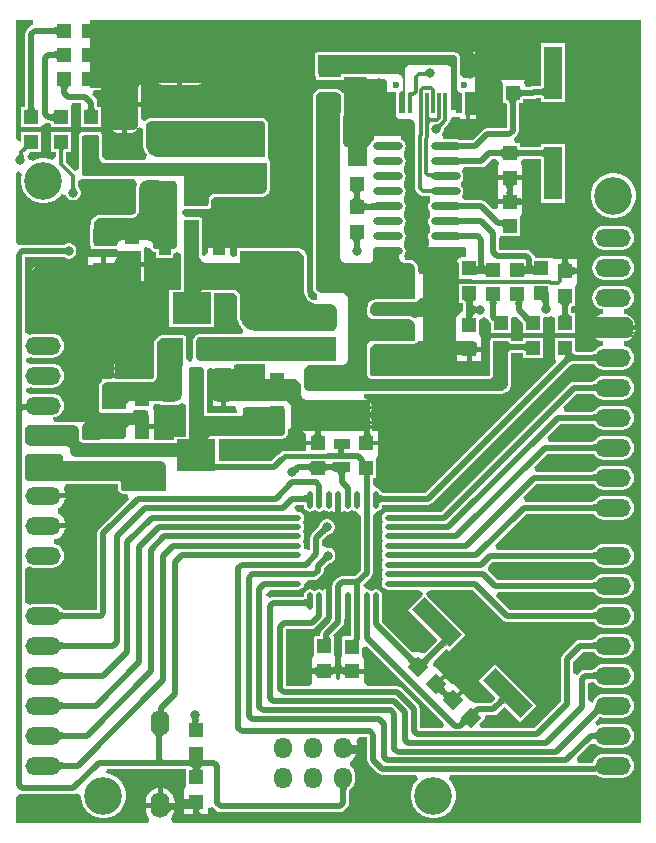
<source format=gbr>
G04*
G04 #@! TF.GenerationSoftware,Altium Limited,Altium Designer,24.2.2 (26)*
G04*
G04 Layer_Physical_Order=1*
G04 Layer_Color=255*
%FSLAX44Y44*%
%MOMM*%
G71*
G04*
G04 #@! TF.SameCoordinates,6367177B-399A-4A79-9B87-6996C0B02EFD*
G04*
G04*
G04 #@! TF.FilePolarity,Positive*
G04*
G01*
G75*
%ADD20R,1.2000X1.2000*%
%ADD21R,1.9000X1.5000*%
%ADD22R,1.5000X1.9000*%
%ADD23P,1.6971X4X90.0*%
%ADD24R,1.2000X1.2000*%
%ADD25R,1.8000X1.3000*%
%ADD26R,1.2000X2.0000*%
%ADD27R,1.0000X2.7000*%
%ADD28R,3.3000X2.7000*%
%ADD29R,0.6000X1.8000*%
%ADD30R,0.3000X1.8000*%
%ADD31R,2.5000X1.2000*%
%ADD32O,2.5000X0.7000*%
%ADD33O,1.5000X0.5000*%
%ADD34O,0.5000X1.5000*%
%ADD35R,1.5000X4.5000*%
G04:AMPARAMS|DCode=36|XSize=4.5mm|YSize=1.5mm|CornerRadius=0mm|HoleSize=0mm|Usage=FLASHONLY|Rotation=135.000|XOffset=0mm|YOffset=0mm|HoleType=Round|Shape=Rectangle|*
%AMROTATEDRECTD36*
4,1,4,2.1213,-1.0607,1.0607,-2.1213,-2.1213,1.0607,-1.0607,2.1213,2.1213,-1.0607,0.0*
%
%ADD36ROTATEDRECTD36*%

%ADD37O,1.6000X2.2000*%
%ADD38R,1.3700X0.8700*%
%ADD66C,0.5000*%
%ADD67C,0.4000*%
%ADD68C,0.3000*%
%ADD69C,3.2004*%
%ADD70O,3.0000X1.5000*%
%AMCUSTOMSHAPE71*
4,1,8,-1.0000,-1.5250,-0.5000,-2.0250,0.5000,-2.0250,1.0000,-1.5250,1.0000,1.5250,0.5000,2.0250,-0.5000,2.0250,-1.0000,1.5250,-1.0000,-1.5250,0.0*%
%ADD71CUSTOMSHAPE71*%

%AMCUSTOMSHAPE72*
4,1,8,-1.5250,1.0000,-2.0250,0.5000,-2.0250,-0.5000,-1.5250,-1.0000,1.5250,-1.0000,2.0250,-0.5000,2.0250,0.5000,1.5250,1.0000,-1.5250,1.0000,0.0*%
%ADD72CUSTOMSHAPE72*%

%ADD73O,2.4000X1.8000*%
%ADD74R,2.4000X1.8000*%
%ADD75O,0.9000X1.7000*%
%ADD76O,0.9000X2.0000*%
%ADD77C,0.6000*%
%ADD78O,1.5000X1.8000*%
%ADD79C,0.8000*%
%ADD80C,0.7000*%
%ADD81C,1.0000*%
%ADD82C,1.2000*%
G36*
X532371Y3569D02*
X136607D01*
X135642Y4901D01*
X134876Y7569D01*
X135756Y8641D01*
X136870Y10726D01*
X137556Y12988D01*
X137710Y14547D01*
X137614Y14545D01*
X136672Y14471D01*
X135838Y14346D01*
X135110Y14172D01*
X134490Y13949D01*
X133976Y13675D01*
X133569Y13352D01*
X133270Y12979D01*
X133077Y12557D01*
X132992Y12084D01*
X133266Y16340D01*
X113672D01*
Y15340D01*
X113904Y12988D01*
X114590Y10726D01*
X115704Y8641D01*
X116584Y7569D01*
X115818Y4901D01*
X114853Y3569D01*
X3569D01*
Y25819D01*
X6493Y27918D01*
X7287Y28217D01*
X7569Y28205D01*
X8990Y27922D01*
X52070D01*
X54021Y28310D01*
X54507Y28635D01*
X57839Y27212D01*
X58468Y26572D01*
Y24799D01*
X59198Y21127D01*
X60631Y17669D01*
X62710Y14557D01*
X65357Y11910D01*
X68469Y9831D01*
X71927Y8398D01*
X75599Y7668D01*
X79342D01*
X83013Y8398D01*
X86471Y9831D01*
X89583Y11910D01*
X92230Y14557D01*
X94309Y17669D01*
X95742Y21127D01*
X96472Y24799D01*
Y28542D01*
X95742Y32213D01*
X94309Y35671D01*
X92230Y38783D01*
X89583Y41430D01*
X86471Y43509D01*
X83013Y44942D01*
X80146Y45512D01*
X80540Y49512D01*
X147710D01*
X147710Y34883D01*
X146210Y31504D01*
X146210Y30625D01*
Y23504D01*
X156210D01*
Y21504D01*
X158210D01*
Y15534D01*
X159925D01*
X159695Y15497D01*
X159488Y15386D01*
X159306Y15200D01*
X159148Y14940D01*
X159014Y14606D01*
X158904Y14197D01*
X158819Y13714D01*
X158759Y13156D01*
X158710Y11819D01*
X158210D01*
Y11504D01*
X166210D01*
Y16153D01*
X170210Y17366D01*
X170385Y17104D01*
X173314Y14175D01*
X174968Y13070D01*
X176919Y12682D01*
X277741D01*
X279692Y13070D01*
X281346Y14175D01*
X284275Y17104D01*
X285380Y18758D01*
X285768Y20709D01*
Y29874D01*
X285807Y30460D01*
X285910Y31266D01*
X286038Y31893D01*
X286051Y31934D01*
X287802Y33278D01*
X289405Y35367D01*
X290413Y37799D01*
X290756Y40410D01*
Y43410D01*
X290413Y46020D01*
X289405Y48453D01*
X287802Y50542D01*
X286579Y51480D01*
X286492Y54909D01*
X286805Y56022D01*
X288872Y57608D01*
X290715Y60010D01*
X291646Y62258D01*
X291016Y62245D01*
X288896Y62047D01*
X288007Y61874D01*
X287231Y61651D01*
X286570Y61378D01*
X286023Y61056D01*
X285590Y60685D01*
X285271Y60264D01*
X285065Y59794D01*
X286717Y65310D01*
X280670D01*
Y69310D01*
X287914D01*
X288051Y69767D01*
X287971Y69310D01*
X292203D01*
X291874Y71812D01*
X291721Y72182D01*
X294369Y76182D01*
X300972D01*
Y57150D01*
X301360Y55199D01*
X302465Y53545D01*
X310085Y45925D01*
X311739Y44820D01*
X313690Y44432D01*
X342318D01*
X342371Y44367D01*
X343759Y40432D01*
X342110Y38783D01*
X340031Y35671D01*
X338598Y32213D01*
X337868Y28542D01*
Y24799D01*
X338598Y21127D01*
X340031Y17669D01*
X342110Y14557D01*
X344757Y11910D01*
X347869Y9831D01*
X351327Y8398D01*
X354999Y7668D01*
X358741D01*
X362413Y8398D01*
X365871Y9831D01*
X368983Y11910D01*
X371630Y14557D01*
X373709Y17669D01*
X375142Y21127D01*
X375872Y24799D01*
Y28542D01*
X375142Y32213D01*
X373709Y35671D01*
X371630Y38783D01*
X369981Y40432D01*
X371369Y44367D01*
X371422Y44432D01*
X493841D01*
X494997Y44662D01*
X496727Y43335D01*
X499160Y42327D01*
X501770Y41984D01*
X516770D01*
X519380Y42327D01*
X521813Y43335D01*
X523902Y44938D01*
X525505Y47027D01*
X526513Y49460D01*
X526856Y52070D01*
X526513Y54681D01*
X525505Y57113D01*
X523902Y59202D01*
X521813Y60805D01*
X519380Y61813D01*
X516770Y62156D01*
X501770D01*
X499160Y61813D01*
X496727Y60805D01*
X494638Y59202D01*
X493035Y57113D01*
X492027Y54681D01*
X492020Y54628D01*
X479814D01*
X478283Y58323D01*
X489972Y70012D01*
X494638Y70338D01*
X496727Y68735D01*
X499160Y67727D01*
X501770Y67384D01*
X516770D01*
X519380Y67727D01*
X521813Y68735D01*
X523902Y70338D01*
X525505Y72427D01*
X526513Y74859D01*
X526856Y77470D01*
X526513Y80080D01*
X525505Y82513D01*
X523902Y84602D01*
X521813Y86205D01*
X519380Y87213D01*
X516770Y87556D01*
X501770D01*
X499160Y87213D01*
X496727Y86205D01*
X495637Y85369D01*
X495331Y85343D01*
X493715Y88828D01*
X493767Y89436D01*
X496787Y92456D01*
X497218Y92832D01*
X497831Y93303D01*
X498185Y93531D01*
X499160Y93127D01*
X501770Y92784D01*
X516770D01*
X519380Y93127D01*
X521813Y94135D01*
X523902Y95738D01*
X525505Y97827D01*
X526513Y100260D01*
X526856Y102870D01*
X526513Y105480D01*
X525505Y107913D01*
X523902Y110002D01*
X521813Y111605D01*
X519380Y112613D01*
X516770Y112956D01*
X501770D01*
X499160Y112613D01*
X496727Y111605D01*
X494638Y110002D01*
X493035Y107913D01*
X492027Y105480D01*
X491698Y105341D01*
X487717Y107975D01*
X487698Y108033D01*
Y122093D01*
X491698Y123141D01*
X491820Y123133D01*
X492626Y123030D01*
X493253Y122902D01*
X493294Y122889D01*
X494638Y121138D01*
X496727Y119535D01*
X499160Y118527D01*
X501770Y118184D01*
X516770D01*
X519380Y118527D01*
X521813Y119535D01*
X523902Y121138D01*
X525505Y123227D01*
X526513Y125660D01*
X526856Y128270D01*
X526513Y130880D01*
X525505Y133313D01*
X523902Y135402D01*
X521813Y137005D01*
X519380Y138013D01*
X516770Y138356D01*
X501770D01*
X499160Y138013D01*
X496727Y137005D01*
X494638Y135402D01*
X493294Y133651D01*
X493253Y133638D01*
X492665Y133518D01*
X491093Y133368D01*
X485529D01*
X483578Y132980D01*
X481924Y131875D01*
X478998Y128949D01*
X478986Y128949D01*
X474998Y130163D01*
Y140128D01*
X483442Y148572D01*
X491234D01*
X491820Y148533D01*
X492626Y148430D01*
X493253Y148302D01*
X493294Y148289D01*
X494638Y146538D01*
X496727Y144935D01*
X499160Y143927D01*
X501770Y143584D01*
X516770D01*
X519380Y143927D01*
X521813Y144935D01*
X523902Y146538D01*
X525505Y148627D01*
X526513Y151060D01*
X526856Y153670D01*
X526513Y156280D01*
X525505Y158713D01*
X523902Y160802D01*
X521813Y162405D01*
X519380Y163413D01*
X516770Y163756D01*
X501770D01*
X499160Y163413D01*
X496727Y162405D01*
X494638Y160802D01*
X493294Y159051D01*
X493253Y159038D01*
X492665Y158918D01*
X491093Y158768D01*
X481330D01*
X479379Y158380D01*
X477725Y157275D01*
X466295Y145845D01*
X465190Y144191D01*
X464802Y142240D01*
Y106252D01*
X442388Y83838D01*
X396963D01*
X395433Y87534D01*
X400625Y92726D01*
Y92726D01*
X401531Y94914D01*
X407725D01*
X409676Y95302D01*
X411330Y96407D01*
X416135Y101212D01*
X416422Y101452D01*
X416863Y101768D01*
X417204Y101965D01*
X417266Y101992D01*
X430549Y88709D01*
X444691Y102851D01*
X409335Y138207D01*
X395193Y124065D01*
X409705Y109553D01*
X409679Y109490D01*
X409482Y109150D01*
X409166Y108708D01*
X408925Y108421D01*
X405614Y105110D01*
X394549D01*
X392599Y104722D01*
X388459Y106440D01*
X387897Y107575D01*
Y107575D01*
X382240Y113232D01*
X375169Y106161D01*
X372341Y108989D01*
X379412Y116060D01*
X373755Y121717D01*
X373120Y121082D01*
X367520Y126682D01*
X360449Y119611D01*
X357621Y122439D01*
X364692Y129510D01*
X359035Y135167D01*
X359035D01*
X356308Y136407D01*
X357090Y140502D01*
X366967Y150379D01*
X367254Y150620D01*
X367695Y150936D01*
X368036Y151133D01*
X368099Y151159D01*
X370444Y148813D01*
X384587Y162955D01*
X351648Y195894D01*
X350510Y197032D01*
X351396Y199171D01*
X354625Y201032D01*
X389928D01*
X415495Y175465D01*
X417149Y174360D01*
X419100Y173972D01*
X491234D01*
X491820Y173933D01*
X492626Y173830D01*
X493253Y173702D01*
X493294Y173689D01*
X494638Y171938D01*
X496727Y170335D01*
X499160Y169327D01*
X501770Y168984D01*
X516770D01*
X519380Y169327D01*
X521813Y170335D01*
X523902Y171938D01*
X525505Y174027D01*
X526513Y176460D01*
X526856Y179070D01*
X526513Y181681D01*
X525505Y184113D01*
X523902Y186202D01*
X521813Y187805D01*
X519380Y188813D01*
X516770Y189156D01*
X501770D01*
X499160Y188813D01*
X496727Y187805D01*
X494638Y186202D01*
X493294Y184451D01*
X493253Y184438D01*
X492665Y184318D01*
X491093Y184168D01*
X421212D01*
X410008Y195372D01*
X411664Y199372D01*
X491234D01*
X491820Y199333D01*
X492626Y199230D01*
X493253Y199102D01*
X493294Y199089D01*
X494638Y197338D01*
X496727Y195735D01*
X499160Y194727D01*
X501770Y194384D01*
X516770D01*
X519380Y194727D01*
X521813Y195735D01*
X523902Y197338D01*
X525505Y199427D01*
X526513Y201859D01*
X526856Y204470D01*
X526513Y207080D01*
X525505Y209513D01*
X523902Y211602D01*
X521813Y213205D01*
X519380Y214213D01*
X516770Y214556D01*
X501770D01*
X499160Y214213D01*
X496727Y213205D01*
X494638Y211602D01*
X493294Y209851D01*
X493253Y209838D01*
X492665Y209718D01*
X491093Y209568D01*
X411052D01*
X402885Y217735D01*
X404082Y221612D01*
X407242Y224772D01*
X491234D01*
X491820Y224733D01*
X492626Y224630D01*
X493253Y224502D01*
X493294Y224489D01*
X494638Y222738D01*
X496727Y221135D01*
X499160Y220127D01*
X501770Y219784D01*
X516770D01*
X519380Y220127D01*
X521813Y221135D01*
X523902Y222738D01*
X525505Y224827D01*
X526513Y227260D01*
X526856Y229870D01*
X526513Y232481D01*
X525505Y234913D01*
X523902Y237002D01*
X521813Y238605D01*
X519380Y239613D01*
X516770Y239956D01*
X501770D01*
X499160Y239613D01*
X496727Y238605D01*
X494638Y237002D01*
X493294Y235251D01*
X493253Y235238D01*
X492665Y235118D01*
X491093Y234968D01*
X410649D01*
X409118Y238664D01*
X435867Y265412D01*
X491234D01*
X491820Y265373D01*
X492626Y265270D01*
X493253Y265142D01*
X493294Y265129D01*
X494638Y263378D01*
X496727Y261775D01*
X499160Y260767D01*
X501770Y260424D01*
X516770D01*
X519380Y260767D01*
X521813Y261775D01*
X523902Y263378D01*
X525505Y265467D01*
X526513Y267899D01*
X526856Y270510D01*
X526513Y273120D01*
X525505Y275553D01*
X523902Y277642D01*
X521813Y279245D01*
X519380Y280253D01*
X516770Y280596D01*
X501770D01*
X499160Y280253D01*
X496727Y279245D01*
X494638Y277642D01*
X493294Y275891D01*
X493253Y275878D01*
X492665Y275758D01*
X491093Y275608D01*
X434906D01*
X433294Y278521D01*
X433139Y279498D01*
X444453Y290812D01*
X491234D01*
X491820Y290773D01*
X492626Y290670D01*
X493253Y290542D01*
X493294Y290529D01*
X494638Y288778D01*
X496727Y287175D01*
X499160Y286167D01*
X501770Y285824D01*
X516770D01*
X519380Y286167D01*
X521813Y287175D01*
X523902Y288778D01*
X525505Y290867D01*
X526513Y293300D01*
X526856Y295910D01*
X526513Y298521D01*
X525505Y300953D01*
X523902Y303042D01*
X521813Y304645D01*
X519380Y305653D01*
X516770Y305996D01*
X501770D01*
X499160Y305653D01*
X496727Y304645D01*
X494638Y303042D01*
X493294Y301291D01*
X493253Y301278D01*
X492665Y301158D01*
X491093Y301008D01*
X443720D01*
X441937Y304665D01*
X441916Y304861D01*
X453267Y316212D01*
X491234D01*
X491820Y316173D01*
X492626Y316070D01*
X493253Y315942D01*
X493294Y315929D01*
X494638Y314178D01*
X496727Y312575D01*
X499160Y311567D01*
X501770Y311224D01*
X516770D01*
X519380Y311567D01*
X521813Y312575D01*
X523902Y314178D01*
X525505Y316267D01*
X526513Y318699D01*
X526856Y321310D01*
X526513Y323921D01*
X525505Y326353D01*
X523902Y328442D01*
X521813Y330045D01*
X519380Y331053D01*
X516770Y331396D01*
X501770D01*
X499160Y331053D01*
X496727Y330045D01*
X494638Y328442D01*
X493294Y326691D01*
X493253Y326678D01*
X492665Y326558D01*
X491093Y326408D01*
X454844D01*
X453188Y330408D01*
X464392Y341612D01*
X491234D01*
X491820Y341573D01*
X492626Y341470D01*
X493253Y341342D01*
X493294Y341329D01*
X494638Y339578D01*
X496727Y337975D01*
X499160Y336967D01*
X501770Y336624D01*
X516770D01*
X519380Y336967D01*
X521813Y337975D01*
X523902Y339578D01*
X525505Y341667D01*
X526513Y344100D01*
X526856Y346710D01*
X526513Y349320D01*
X525505Y351753D01*
X523902Y353842D01*
X521813Y355445D01*
X519380Y356453D01*
X516770Y356796D01*
X501770D01*
X499160Y356453D01*
X496727Y355445D01*
X494638Y353842D01*
X493294Y352091D01*
X493253Y352078D01*
X492665Y351958D01*
X491093Y351808D01*
X468384D01*
X466853Y355504D01*
X478362Y367012D01*
X491234D01*
X491820Y366973D01*
X492626Y366870D01*
X493253Y366742D01*
X493294Y366729D01*
X494638Y364978D01*
X496727Y363375D01*
X499160Y362367D01*
X501770Y362024D01*
X516770D01*
X519380Y362367D01*
X521813Y363375D01*
X523902Y364978D01*
X525505Y367067D01*
X526513Y369500D01*
X526856Y372110D01*
X526513Y374720D01*
X525505Y377153D01*
X523902Y379242D01*
X521813Y380845D01*
X519380Y381853D01*
X516770Y382196D01*
X501770D01*
X499160Y381853D01*
X496727Y380845D01*
X494638Y379242D01*
X493294Y377491D01*
X493253Y377478D01*
X492665Y377358D01*
X491093Y377208D01*
X476250D01*
X474299Y376820D01*
X472645Y375715D01*
X364158Y267228D01*
X318488D01*
X316537Y266840D01*
X314883Y265735D01*
X313778Y264081D01*
X313390Y262130D01*
X313778Y260179D01*
X314704Y258130D01*
X313778Y256081D01*
X313390Y254130D01*
X313778Y252179D01*
X314704Y250130D01*
X313778Y248081D01*
X313390Y246130D01*
X313778Y244179D01*
X314704Y242130D01*
X313778Y240081D01*
X313390Y238130D01*
X313778Y236179D01*
X314704Y234130D01*
X313778Y232081D01*
X313390Y230130D01*
X313778Y228179D01*
X314704Y226130D01*
X313778Y224081D01*
X313390Y222130D01*
X313778Y220179D01*
X314704Y218130D01*
X313778Y216081D01*
X313390Y214130D01*
X313778Y212179D01*
X314704Y210130D01*
X313778Y208081D01*
X313390Y206130D01*
X313778Y204179D01*
X314883Y202525D01*
X316537Y201420D01*
X318488Y201032D01*
X328488D01*
X328488Y201032D01*
X343837D01*
X347066Y199171D01*
X347953Y197032D01*
X346933Y196012D01*
X335089Y184169D01*
X360537Y158721D01*
X360511Y158658D01*
X360314Y158317D01*
X359998Y157876D01*
X359757Y157589D01*
X349880Y147712D01*
X348063Y147599D01*
X344186Y147895D01*
X344186Y147895D01*
X339025Y148245D01*
X313578Y173692D01*
Y190130D01*
X313578Y190130D01*
Y196122D01*
X313190Y198073D01*
X312085Y199727D01*
X310431Y200832D01*
X308480Y201220D01*
X306529Y200832D01*
X304480Y199905D01*
X302431Y200832D01*
X300480Y201220D01*
X297578Y204641D01*
Y205345D01*
X304085Y211852D01*
X305190Y213506D01*
X305578Y215457D01*
Y263619D01*
X308480Y267040D01*
X310431Y267428D01*
X312085Y268533D01*
X313190Y270187D01*
X313578Y272138D01*
Y272812D01*
X313947Y272910D01*
X314488Y272999D01*
X314868Y273032D01*
X352179D01*
X354130Y273420D01*
X355784Y274525D01*
X471580Y390321D01*
X472047Y390695D01*
X472660Y391112D01*
X473289Y391469D01*
X473937Y391769D01*
X474607Y392015D01*
X475305Y392207D01*
X476033Y392346D01*
X476627Y392412D01*
X491234D01*
X491820Y392373D01*
X492626Y392270D01*
X493253Y392142D01*
X493294Y392129D01*
X494638Y390378D01*
X496727Y388775D01*
X499160Y387767D01*
X501770Y387424D01*
X516770D01*
X519380Y387767D01*
X521813Y388775D01*
X523902Y390378D01*
X525505Y392467D01*
X526513Y394899D01*
X526856Y397510D01*
X526513Y400121D01*
X525505Y402553D01*
X523902Y404642D01*
X521813Y406245D01*
X519380Y407253D01*
X517985Y407436D01*
Y411471D01*
X519772Y411706D01*
X522570Y412865D01*
X524972Y414708D01*
X526815Y417110D01*
X527974Y419908D01*
X528106Y420910D01*
X525780D01*
Y419100D01*
X525780Y419100D01*
Y418089D01*
X525007Y416222D01*
X523578Y414793D01*
X521711Y414020D01*
X494465D01*
X495970Y412865D01*
X498768Y411706D01*
X500555Y411471D01*
Y407436D01*
X499160Y407253D01*
X496727Y406245D01*
X494638Y404642D01*
X493294Y402891D01*
X493253Y402878D01*
X492665Y402758D01*
X491093Y402608D01*
X478231D01*
X477773Y402673D01*
X477355Y402786D01*
X477130Y402884D01*
Y414560D01*
X460130D01*
Y397560D01*
X460130D01*
X460399Y393560D01*
X350067Y283228D01*
X314833D01*
X314437Y283261D01*
X313867Y283352D01*
X313453Y283458D01*
X313304Y283516D01*
X313190Y284089D01*
X312085Y285743D01*
X310431Y286848D01*
X308480Y287236D01*
X305578Y290657D01*
Y295706D01*
X308220D01*
Y311827D01*
X309720Y315206D01*
X309720Y315206D01*
X309720Y315206D01*
Y323206D01*
X299720D01*
Y327206D01*
X309720D01*
Y335206D01*
X305806D01*
X304862Y336322D01*
X303754Y339206D01*
X304206Y339990D01*
X304646Y341630D01*
X303530D01*
X303530Y335280D01*
X303510D01*
X303512Y335214D01*
X303578Y334366D01*
X303688Y333618D01*
X303842Y332970D01*
X304040Y332422D01*
X304282Y331973D01*
X304568Y331624D01*
X304898Y331375D01*
X305272Y331225D01*
X305690Y331175D01*
X296005D01*
X296477Y331225D01*
X296899Y331375D01*
X297272Y331624D01*
X297595Y331973D01*
X297869Y332422D01*
X298092Y332970D01*
X298266Y333618D01*
X298391Y334366D01*
X298459Y335146D01*
X298323Y335280D01*
X261603D01*
X261605Y335214D01*
X261679Y334366D01*
X261804Y333618D01*
X261978Y332970D01*
X262201Y332422D01*
X262475Y331973D01*
X262798Y331624D01*
X263171Y331375D01*
X263593Y331225D01*
X264065Y331175D01*
X254095D01*
X254567Y331225D01*
X254989Y331375D01*
X255362Y331624D01*
X255685Y331973D01*
X255959Y332422D01*
X256182Y332970D01*
X256356Y333618D01*
X256481Y334366D01*
X256555Y335214D01*
X256557Y335280D01*
X245459D01*
X248561Y333330D01*
X249080Y332600D01*
Y327206D01*
X259080D01*
Y323206D01*
X249080D01*
Y318794D01*
X231377D01*
X229622Y318445D01*
X228133Y317450D01*
X226902Y316219D01*
X226687Y316177D01*
X225033Y315072D01*
X219860Y309898D01*
X175210D01*
Y328921D01*
X229105D01*
X230081Y329115D01*
X231014Y329502D01*
X231841Y330054D01*
X232556Y330769D01*
X233108Y331596D01*
X233495Y332529D01*
X233689Y333505D01*
Y334010D01*
X233689Y334010D01*
Y337402D01*
X236693Y338207D01*
X236220Y339350D01*
X236220Y340360D01*
Y355600D01*
X236220Y355600D01*
X236122Y356591D01*
X235364Y358422D01*
X233962Y359824D01*
X232131Y360582D01*
X231140Y360680D01*
X198120Y360680D01*
X198610Y361170D01*
X181210D01*
Y356170D01*
X187095D01*
X188210Y356170D01*
X189590Y355764D01*
X190775Y351244D01*
X190080Y350529D01*
X165229D01*
X165144Y350564D01*
X165109Y350649D01*
X165109Y386929D01*
X166699Y388413D01*
X168460Y389025D01*
X170210Y387770D01*
Y386658D01*
X170566Y387519D01*
X171281Y388233D01*
X172215Y388620D01*
X172720Y388620D01*
X185420Y388620D01*
X185420Y388620D01*
X185925Y388620D01*
X186859Y388233D01*
X187573Y387519D01*
X187960Y386585D01*
X187960Y386080D01*
X187960Y382270D01*
X188009Y381774D01*
X188388Y380859D01*
X189089Y380158D01*
X189889Y379827D01*
X188210Y382506D01*
X188210Y391170D01*
X191692Y392421D01*
X214165D01*
X214790Y388680D01*
X214790D01*
Y379730D01*
X237490D01*
X237490Y379730D01*
X238240Y379730D01*
X239713Y379437D01*
X241099Y378863D01*
X242347Y378029D01*
X243409Y376968D01*
X244243Y375719D01*
X244817Y374333D01*
X245110Y372861D01*
X245110Y372110D01*
X245110Y367030D01*
Y367030D01*
X245208Y366039D01*
X245966Y364208D01*
X247368Y362806D01*
X249199Y362048D01*
X250190Y361950D01*
X300990D01*
X300990Y361950D01*
X301262Y361950D01*
X300090Y362626D01*
X298173Y363140D01*
X298460Y367021D01*
X415283D01*
X416259Y367215D01*
X418592Y368182D01*
X419419Y368734D01*
X421206Y370521D01*
X421758Y371348D01*
X422725Y373681D01*
X422919Y374657D01*
Y375920D01*
X422919Y375920D01*
Y397560D01*
X422943D01*
Y401213D01*
X423006Y401239D01*
X423386Y401341D01*
X423922Y401429D01*
X424295Y401462D01*
X431685D01*
X432058Y401429D01*
X432594Y401341D01*
X432974Y401239D01*
X433037Y401213D01*
Y397560D01*
X450037D01*
Y414560D01*
X433037D01*
Y411907D01*
X432974Y411881D01*
X432594Y411779D01*
X432058Y411691D01*
X431685Y411658D01*
X424295D01*
X423922Y411691D01*
X423386Y411779D01*
X423006Y411881D01*
X422943Y411907D01*
Y414560D01*
X405943D01*
Y413413D01*
X405868Y413362D01*
X405315Y412535D01*
X405121Y411560D01*
X405121Y383665D01*
X405097Y383423D01*
X404867Y382867D01*
X404533Y382533D01*
X403977Y382303D01*
X403735Y382279D01*
X304925D01*
X304683Y382303D01*
X304127Y382533D01*
X303793Y382867D01*
X303563Y383423D01*
X303539Y383665D01*
X303539Y405506D01*
X306965Y408931D01*
X339595D01*
X340571Y409125D01*
X341504Y409512D01*
X341627Y409594D01*
X341687Y409633D01*
X342650Y410210D01*
X344814Y411197D01*
X345937Y411462D01*
X347097Y411637D01*
X347372Y411640D01*
X347980D01*
Y419100D01*
Y431640D01*
X345900D01*
X344780Y431640D01*
X340780Y431265D01*
X340679Y431366D01*
X339852Y431918D01*
X339852Y431918D01*
X337518Y432885D01*
X336543Y433079D01*
X335281Y433079D01*
X335280Y433079D01*
X306439D01*
X303539Y435979D01*
X303539Y439357D01*
X303563Y439854D01*
X303769Y440888D01*
X304149Y441805D01*
X304699Y442629D01*
X305401Y443330D01*
X306225Y443881D01*
X307141Y444261D01*
X308176Y444466D01*
X308679Y444491D01*
X341235Y444491D01*
X341630Y444491D01*
X341630Y444491D01*
X342605Y444685D01*
X343432Y445238D01*
X343433Y445238D01*
X343985Y446064D01*
X345833Y447631D01*
X347980Y448399D01*
X347980Y468470D01*
X344416Y468470D01*
X344179Y472372D01*
Y472439D01*
X344179Y473450D01*
X344179Y473450D01*
X344179Y473450D01*
X344077Y473965D01*
X343985Y474425D01*
X343985Y474425D01*
X343985Y474426D01*
X343212Y476293D01*
X343212Y476293D01*
X343212Y476293D01*
X342922Y476727D01*
X342660Y477120D01*
X342659Y477120D01*
X342659Y477120D01*
X341230Y478549D01*
X341230Y478549D01*
X341230Y478550D01*
X340799Y478838D01*
X340403Y479102D01*
X340403Y479102D01*
X340403Y479102D01*
X338535Y479875D01*
X338535Y479875D01*
X338535Y479875D01*
X338017Y479978D01*
X337560Y480069D01*
X337560Y480069D01*
X337560Y480069D01*
X336552Y480069D01*
X336550Y480069D01*
X334135D01*
X333934Y480089D01*
X333170Y481212D01*
X332482Y484446D01*
X332641Y484654D01*
X333246Y486114D01*
X333452Y487680D01*
X333246Y489246D01*
X332641Y490706D01*
X332024Y491511D01*
X331679Y492293D01*
Y495768D01*
X332024Y496549D01*
X332641Y497354D01*
X333246Y498814D01*
X333452Y500380D01*
X333246Y501946D01*
X332641Y503406D01*
X332024Y504211D01*
X331679Y504992D01*
Y508467D01*
X332024Y509249D01*
X332641Y510054D01*
X333246Y511514D01*
X333452Y513080D01*
X333246Y514646D01*
X332641Y516106D01*
X332024Y516911D01*
X331679Y517692D01*
Y521167D01*
X332024Y521950D01*
X332641Y522754D01*
X333246Y524214D01*
X333452Y525780D01*
X333246Y527346D01*
X332641Y528806D01*
X332024Y529610D01*
X331679Y530392D01*
Y533867D01*
X332024Y534650D01*
X332641Y535454D01*
X333246Y536914D01*
X333452Y538480D01*
X333246Y540046D01*
X332641Y541506D01*
X332024Y542310D01*
X331679Y543092D01*
Y546567D01*
X332024Y547350D01*
X332641Y548154D01*
X333246Y549614D01*
X333452Y551180D01*
X333246Y552746D01*
X332641Y554206D01*
X332024Y555010D01*
X331679Y555793D01*
Y559268D01*
X332024Y560050D01*
X332641Y560854D01*
X333246Y562314D01*
X333452Y563880D01*
X333246Y565446D01*
X332641Y566906D01*
X332024Y567710D01*
X331679Y568493D01*
Y571968D01*
X332024Y572749D01*
X332641Y573554D01*
X333246Y575014D01*
X333452Y576580D01*
X333246Y578146D01*
X332641Y579606D01*
X331679Y580859D01*
X330426Y581821D01*
X329951Y582018D01*
X329180Y584948D01*
X329224Y585470D01*
X307341Y585470D01*
X307340Y585470D01*
X306937Y585430D01*
X306757Y581980D01*
X306374Y581821D01*
X305121Y580859D01*
X304159Y579606D01*
X303965Y579137D01*
X303269Y577933D01*
X300990Y576228D01*
Y559910D01*
X284480D01*
Y575910D01*
X282100Y575910D01*
X280679Y579321D01*
X280679Y601880D01*
X281240D01*
Y621880D01*
X279734D01*
X279670Y621976D01*
X279353Y622450D01*
X279353Y622451D01*
X279352Y622451D01*
X278281Y623523D01*
X278280Y623523D01*
X278280Y623523D01*
X277849Y623811D01*
X277454Y624075D01*
X277453Y624075D01*
X277453Y624075D01*
X276053Y624655D01*
X276052Y624655D01*
X276052Y624655D01*
X275588Y624747D01*
X275077Y624849D01*
X275077Y624849D01*
X275077Y624849D01*
X274322Y624849D01*
X274320Y624849D01*
X262161Y624849D01*
X261296Y624849D01*
X261296Y624849D01*
X261296Y624849D01*
X260779Y624747D01*
X260320Y624656D01*
X260320Y624656D01*
X260320Y624656D01*
X258721Y623994D01*
X258721Y623994D01*
X258721Y623994D01*
X258306Y623717D01*
X257894Y623442D01*
X257894Y623442D01*
X257894Y623441D01*
X256670Y622218D01*
X256670Y622218D01*
X256670Y622218D01*
X256426Y621853D01*
X256117Y621391D01*
X256117Y621391D01*
X256117Y621391D01*
X255455Y619792D01*
X255455Y619792D01*
X255455Y619792D01*
X255375Y619392D01*
X255261Y618817D01*
X255261Y618817D01*
X255261Y618816D01*
X255261Y617951D01*
Y457199D01*
X255261Y456189D01*
X255349Y455748D01*
X255455Y455213D01*
X255455Y455213D01*
X256228Y453346D01*
X256228Y453346D01*
X256228Y453346D01*
X256506Y452931D01*
X256781Y452519D01*
X256781Y452519D01*
X256781Y452519D01*
X258210Y451090D01*
X258632Y450809D01*
X258812Y449264D01*
X258325Y446504D01*
X256555Y445929D01*
X255604Y446119D01*
X254228Y446688D01*
X252989Y447516D01*
X251936Y448569D01*
X251108Y449808D01*
X250539Y451184D01*
X250236Y452707D01*
X250199Y453452D01*
X250199Y481399D01*
X250199Y482052D01*
X250149Y482302D01*
X250148Y482558D01*
X249889Y483838D01*
X249790Y484074D01*
X249739Y484324D01*
X249231Y485527D01*
X249087Y485739D01*
X248987Y485974D01*
X248250Y487052D01*
X248068Y487231D01*
X247923Y487441D01*
X246987Y488353D01*
X246772Y488492D01*
X246589Y488669D01*
X245490Y489376D01*
X245253Y489470D01*
X245037Y489607D01*
X243820Y490082D01*
X243569Y490127D01*
X243331Y490219D01*
X242789Y490313D01*
X242563Y490220D01*
X190665D01*
X190882Y488950D01*
X190685Y488655D01*
X190491Y487680D01*
Y483436D01*
X187675Y482319D01*
X184400Y484969D01*
Y490220D01*
X168910D01*
X168152Y490220D01*
X166751Y490800D01*
X166400Y491151D01*
Y486668D01*
X164291Y484307D01*
X162400Y483886D01*
X161299Y485102D01*
Y514350D01*
X161105Y515325D01*
X160552Y516152D01*
X159725Y516705D01*
X158750Y516899D01*
X147762D01*
X144453Y520155D01*
Y521563D01*
X144890Y522510D01*
X146050Y523231D01*
X166370D01*
X167345Y523425D01*
X168172Y523978D01*
X168725Y524805D01*
X168806Y525210D01*
X169010D01*
Y531328D01*
X169387Y532238D01*
X170072Y532923D01*
X171085Y533343D01*
X171576Y533391D01*
X211830D01*
X212806Y533585D01*
X214673Y534358D01*
X215500Y534911D01*
X216929Y536340D01*
X217481Y537167D01*
X218255Y539034D01*
X218449Y540009D01*
Y541019D01*
X218449Y541020D01*
X218449Y562215D01*
X218449Y562610D01*
X218449Y562610D01*
X218255Y563585D01*
X217702Y564412D01*
X216861Y567690D01*
X216861Y568761D01*
X216861Y594677D01*
X216861Y595372D01*
X216667Y596348D01*
X216136Y597631D01*
X215583Y598458D01*
X215583Y598458D01*
X214601Y599441D01*
X213774Y599993D01*
X212490Y600525D01*
X211515Y600719D01*
X210820Y600719D01*
X210820Y600719D01*
X119380Y600719D01*
X118306Y600719D01*
X117331Y600525D01*
X115347Y599703D01*
X114520Y599151D01*
X113318Y597949D01*
X111985Y598098D01*
X109318Y599319D01*
Y609710D01*
X106680D01*
X106680Y594360D01*
X106680Y594360D01*
X106680Y593602D01*
X106100Y592201D01*
X105028Y591130D01*
X103628Y590550D01*
X102870Y590550D01*
X97240D01*
Y587382D01*
X100240D01*
X100240Y587382D01*
X101801Y587692D01*
X103124Y588576D01*
X107434Y592886D01*
X107855Y592874D01*
X110035Y592286D01*
X111433Y591343D01*
X111433Y577215D01*
X111433Y576277D01*
X111482Y576031D01*
Y575780D01*
X111848Y573939D01*
X111945Y573708D01*
X111994Y573461D01*
X112711Y571728D01*
X112851Y571519D01*
X112947Y571287D01*
X113989Y569727D01*
X114167Y569549D01*
X114306Y569341D01*
X114488Y569159D01*
X112869Y565159D01*
X79109D01*
X76209Y568059D01*
Y585550D01*
X76015Y586525D01*
X75810Y586832D01*
Y588550D01*
X58810Y588550D01*
X58295Y587625D01*
X57888Y587352D01*
X57335Y586525D01*
X57141Y585550D01*
X57141Y585550D01*
X57141Y585241D01*
X57141Y557533D01*
X53141Y555877D01*
X45988Y563029D01*
Y571550D01*
X50410D01*
Y588550D01*
X33410D01*
Y571550D01*
X37832D01*
Y567275D01*
X33832Y564971D01*
X32213Y565642D01*
X28542Y566372D01*
X24799D01*
X21127Y565642D01*
X17669Y564209D01*
X14132Y565839D01*
X13677Y566353D01*
X13327Y567659D01*
X13220Y567844D01*
X14195Y570142D01*
X14710Y570905D01*
X14803Y570993D01*
X14931Y571097D01*
X15051Y571183D01*
X15258Y571311D01*
X15478Y571428D01*
X15736Y571550D01*
X25010D01*
Y588550D01*
X8010D01*
Y580825D01*
X7940Y580654D01*
X7569Y580431D01*
X3568Y582697D01*
Y683260D01*
X18000D01*
X18393Y679260D01*
X17488Y679080D01*
X15834Y677975D01*
X12905Y675046D01*
X11800Y673392D01*
X11412Y671441D01*
Y610910D01*
X11379Y610541D01*
X11291Y610011D01*
X11190Y609637D01*
X11155Y609550D01*
X8010D01*
Y592550D01*
X25010D01*
Y594038D01*
X28916Y596210D01*
X29010Y596193D01*
X30869Y595823D01*
X32058D01*
X32431Y595790D01*
X32967Y595702D01*
X33347Y595600D01*
X33410Y595574D01*
Y592550D01*
X50410D01*
Y609392D01*
X50410Y609550D01*
X50791Y613392D01*
X58429D01*
X58810Y609550D01*
X58810D01*
Y592550D01*
X75810D01*
Y609550D01*
X72665D01*
X72630Y609637D01*
X72529Y610012D01*
X72441Y610541D01*
X72408Y610910D01*
Y613410D01*
X72020Y615361D01*
X70915Y617015D01*
X68200Y619730D01*
X69856Y623730D01*
X75420D01*
Y626110D01*
X66040D01*
Y631730D01*
X65420D01*
Y635730D01*
X66040D01*
Y652050D01*
X65420D01*
Y656050D01*
X66040D01*
Y672370D01*
X65420D01*
Y676370D01*
X66040D01*
Y683260D01*
X75420D01*
D01*
X105600D01*
D01*
X143955Y683260D01*
X143955Y683260D01*
X148780D01*
X148780Y683260D01*
X244920Y683260D01*
X244920Y683260D01*
X532371D01*
Y3569D01*
D02*
G37*
G36*
X38451Y669370D02*
X38400Y669845D01*
X38251Y670270D01*
X38001Y670645D01*
X37650Y670970D01*
X37201Y671245D01*
X36651Y671470D01*
X36000Y671645D01*
X35250Y671770D01*
X34400Y671845D01*
X33451Y671870D01*
Y676870D01*
X34400Y676895D01*
X35250Y676970D01*
X36000Y677095D01*
X36651Y677270D01*
X37201Y677495D01*
X37650Y677770D01*
X38001Y678095D01*
X38251Y678470D01*
X38400Y678895D01*
X38451Y679370D01*
Y669370D01*
D02*
G37*
G36*
Y649050D02*
X38400Y649525D01*
X38251Y649950D01*
X38001Y650325D01*
X37650Y650650D01*
X37201Y650925D01*
X36651Y651150D01*
X36000Y651325D01*
X35250Y651450D01*
X34400Y651525D01*
X33451Y651550D01*
Y656550D01*
X34400Y656575D01*
X35250Y656650D01*
X36000Y656775D01*
X36651Y656950D01*
X37201Y657175D01*
X37650Y657450D01*
X38001Y657775D01*
X38251Y658150D01*
X38400Y658575D01*
X38451Y659050D01*
Y649050D01*
D02*
G37*
G36*
X48945Y627741D02*
X48520Y627590D01*
X48145Y627338D01*
X47820Y626986D01*
X47545Y626533D01*
X47320Y625980D01*
X47145Y625326D01*
X47020Y624571D01*
X46945Y623716D01*
X46920Y622761D01*
X41920D01*
X41895Y623716D01*
X41820Y624571D01*
X41695Y625326D01*
X41520Y625980D01*
X41295Y626533D01*
X41020Y626986D01*
X40695Y627338D01*
X40320Y627590D01*
X39895Y627741D01*
X39420Y627791D01*
X49420D01*
X48945Y627741D01*
D02*
G37*
G36*
X69835Y611069D02*
X69910Y610219D01*
X70035Y609469D01*
X70210Y608820D01*
X70435Y608270D01*
X70710Y607820D01*
X71035Y607469D01*
X71410Y607220D01*
X71835Y607070D01*
X72310Y607020D01*
X62310D01*
X62785Y607070D01*
X63210Y607220D01*
X63585Y607469D01*
X63910Y607820D01*
X64185Y608270D01*
X64410Y608820D01*
X64585Y609469D01*
X64710Y610219D01*
X64785Y611069D01*
X64810Y612020D01*
X69810D01*
X69835Y611069D01*
D02*
G37*
G36*
X19035D02*
X19110Y610219D01*
X19235Y609469D01*
X19410Y608820D01*
X19635Y608270D01*
X19910Y607820D01*
X20235Y607469D01*
X20610Y607220D01*
X21035Y607070D01*
X21510Y607020D01*
X11510D01*
X11985Y607070D01*
X12410Y607220D01*
X12785Y607469D01*
X13110Y607820D01*
X13385Y608270D01*
X13610Y608820D01*
X13785Y609469D01*
X13910Y610219D01*
X13985Y611069D01*
X14010Y612020D01*
X19010D01*
X19035Y611069D01*
D02*
G37*
G36*
X210820Y598170D02*
X211515Y598170D01*
X212798Y597638D01*
X213781Y596656D01*
X214312Y595372D01*
X214312Y594678D01*
X214312Y567690D01*
X123507Y567690D01*
X123507D01*
X122569Y567690D01*
X120729Y568056D01*
X118996Y568774D01*
X117436Y569816D01*
X116109Y571143D01*
X115066Y572703D01*
X114348Y574437D01*
X113982Y576277D01*
X113982Y577215D01*
X113982Y592772D01*
X113982Y592772D01*
X113982Y593846D01*
X114804Y595830D01*
X116322Y597348D01*
X118306Y598170D01*
X119380Y598170D01*
X210820Y598170D01*
X210820Y598170D01*
D02*
G37*
G36*
X35971Y595921D02*
X35921Y596396D01*
X35770Y596821D01*
X35518Y597196D01*
X35166Y597521D01*
X34713Y597796D01*
X34160Y598021D01*
X33506Y598196D01*
X32752Y598321D01*
X31896Y598396D01*
X30940Y598421D01*
Y603421D01*
X31896Y603446D01*
X32752Y603521D01*
X33506Y603646D01*
X34160Y603821D01*
X34713Y604046D01*
X35166Y604321D01*
X35518Y604646D01*
X35770Y605021D01*
X35921Y605446D01*
X35971Y605921D01*
Y595921D01*
D02*
G37*
G36*
X14783Y574111D02*
X14553Y574278D01*
X14279Y574359D01*
X13962Y574356D01*
X13602Y574268D01*
X13200Y574096D01*
X12754Y573838D01*
X12265Y573496D01*
X11733Y573068D01*
X10540Y571959D01*
X8419Y574081D01*
X9016Y574698D01*
X9956Y575805D01*
X10298Y576294D01*
X10556Y576740D01*
X10728Y577142D01*
X10816Y577502D01*
X10819Y577819D01*
X10738Y578092D01*
X10571Y578323D01*
X14783Y574111D01*
D02*
G37*
G36*
X44625Y574081D02*
X44370Y573990D01*
X44145Y573838D01*
X43950Y573626D01*
X43785Y573353D01*
X43650Y573020D01*
X43545Y572626D01*
X43470Y572172D01*
X43425Y571656D01*
X43410Y571081D01*
X40410D01*
X40395Y571656D01*
X40350Y572172D01*
X40275Y572626D01*
X40170Y573020D01*
X40035Y573353D01*
X39870Y573626D01*
X39675Y573838D01*
X39450Y573990D01*
X39195Y574081D01*
X38910Y574111D01*
X44910D01*
X44625Y574081D01*
D02*
G37*
G36*
X9727Y570707D02*
X9736Y570326D01*
X9812Y569588D01*
X9878Y569231D01*
X9963Y568881D01*
X10067Y568540D01*
X10190Y568207D01*
X10332Y567881D01*
X10492Y567564D01*
X10672Y567254D01*
X5234Y568593D01*
X5518Y568781D01*
X5772Y568992D01*
X5995Y569227D01*
X6189Y569484D01*
X6353Y569764D01*
X6488Y570068D01*
X6592Y570394D01*
X6667Y570744D01*
X6712Y571117D01*
X6727Y571513D01*
X9727Y570707D01*
D02*
G37*
G36*
X53583Y542930D02*
X53622Y542555D01*
X53687Y542195D01*
X53778Y541849D01*
X53895Y541517D01*
X54038Y541199D01*
X54207Y540894D01*
X54402Y540604D01*
X54623Y540328D01*
X54870Y540067D01*
X49270D01*
X49517Y540328D01*
X49738Y540604D01*
X49933Y540894D01*
X50102Y541199D01*
X50245Y541517D01*
X50362Y541849D01*
X50453Y542195D01*
X50518Y542555D01*
X50557Y542930D01*
X50570Y543318D01*
X53570D01*
X53583Y542930D01*
D02*
G37*
G36*
X296625Y538890D02*
X296200Y538741D01*
X295825Y538490D01*
X295500Y538140D01*
X295225Y537691D01*
X295000Y537141D01*
X294825Y536491D01*
X294700Y535741D01*
X294632Y534964D01*
X294700Y534183D01*
X294825Y533428D01*
X295000Y532774D01*
X295225Y532221D01*
X295500Y531768D01*
X295825Y531416D01*
X296200Y531164D01*
X296625Y531013D01*
X297100Y530963D01*
X287100D01*
X287575Y531013D01*
X288000Y531164D01*
X288375Y531416D01*
X288700Y531768D01*
X288975Y532221D01*
X289200Y532774D01*
X289375Y533428D01*
X289500Y534183D01*
X289569Y534964D01*
X289500Y535741D01*
X289375Y536491D01*
X289200Y537141D01*
X288975Y537691D01*
X288700Y538140D01*
X288375Y538490D01*
X288000Y538741D01*
X287575Y538890D01*
X287100Y538941D01*
X297100D01*
X296625Y538890D01*
D02*
G37*
G36*
X73660Y567690D02*
Y567690D01*
X73758Y566699D01*
X74516Y564868D01*
X75918Y563466D01*
X77749Y562707D01*
X78740Y562610D01*
X151390Y562610D01*
X151376Y562506D01*
X151376Y562505D01*
X151502Y562532D01*
X151757Y562571D01*
X152013Y562597D01*
X152271Y562610D01*
X152400Y562610D01*
X215900Y562610D01*
X215900Y541020D01*
X215900Y541020D01*
Y540009D01*
X215126Y538142D01*
X213697Y536713D01*
X211830Y535940D01*
X171450D01*
X171450Y535940D01*
X170459Y535842D01*
X168628Y535084D01*
X167226Y533682D01*
X166468Y531851D01*
X166370Y530860D01*
Y525780D01*
X146050D01*
X146050Y551180D01*
X62230D01*
X62230Y551180D01*
X61725D01*
X60791Y551567D01*
X60077Y552281D01*
X59690Y553215D01*
Y553720D01*
X59690Y585550D01*
X73660D01*
Y567690D01*
D02*
G37*
G36*
X298089Y529927D02*
X298240Y529502D01*
X298492Y529127D01*
X298844Y528802D01*
X299297Y528527D01*
X299850Y528302D01*
X300504Y528127D01*
X301259Y528002D01*
X302114Y527927D01*
X302618Y527914D01*
X305559Y528129D01*
X306123Y528229D01*
X306613Y528347D01*
X307031Y528484D01*
X307377Y528638D01*
X307650Y528811D01*
X308494Y522400D01*
X308216Y522495D01*
X307864Y522581D01*
X307441Y522656D01*
X306377Y522776D01*
X305024Y522857D01*
X302821Y522896D01*
X302114Y522877D01*
X301259Y522802D01*
X300504Y522677D01*
X299850Y522502D01*
X299297Y522277D01*
X298844Y522002D01*
X298492Y521677D01*
X298240Y521302D01*
X298089Y520877D01*
X298039Y520402D01*
Y530402D01*
X298089Y529927D01*
D02*
G37*
G36*
X7997Y553316D02*
X8372Y552781D01*
X7668Y549241D01*
Y545499D01*
X8398Y541827D01*
X9831Y538369D01*
X11910Y535257D01*
X14557Y532610D01*
X17669Y530531D01*
X21127Y529098D01*
X24799Y528368D01*
X28542D01*
X32213Y529098D01*
X35671Y530531D01*
X38783Y532610D01*
X41430Y535257D01*
X41764Y535757D01*
X45972Y534855D01*
X46013Y534701D01*
X46869Y533219D01*
X48079Y532009D01*
X49561Y531153D01*
X51214Y530710D01*
X52926D01*
X54579Y531153D01*
X56061Y532009D01*
X57271Y533219D01*
X58127Y534701D01*
X58570Y536354D01*
Y538066D01*
X58127Y539719D01*
X57271Y541201D01*
X56838Y541635D01*
X56724Y541815D01*
X56548Y542002D01*
X56458Y542115D01*
X56382Y542227D01*
X56318Y542342D01*
X56264Y542464D01*
X56217Y542597D01*
X56178Y542746D01*
X56148Y542909D01*
Y546948D01*
X57256Y548047D01*
X60148Y549074D01*
X60749Y548825D01*
X61725Y548631D01*
X62230D01*
X62230Y548631D01*
X103833D01*
X105242Y547044D01*
X106144Y544631D01*
X105847Y543916D01*
X105798Y543669D01*
X105701Y543437D01*
X105450Y542181D01*
X105450Y541929D01*
X105401Y541682D01*
Y523304D01*
X105378Y522824D01*
X105179Y521825D01*
X104813Y520942D01*
X104282Y520148D01*
X103607Y519472D01*
X102812Y518941D01*
X101929Y518576D01*
X100930Y518377D01*
X100452Y518353D01*
X75114D01*
X75114Y518353D01*
X74067Y518353D01*
X73092Y518159D01*
X71157Y517358D01*
X70330Y516805D01*
X68849Y515324D01*
X68296Y514497D01*
X67495Y512563D01*
X67301Y511587D01*
Y509910D01*
X65970D01*
Y491910D01*
X67301D01*
Y491674D01*
X67495Y490699D01*
X68048Y489872D01*
X68875Y489319D01*
X69850Y489125D01*
X87600D01*
X88900Y489125D01*
X90943Y486781D01*
X90977Y486814D01*
X92873Y487600D01*
X93900Y487600D01*
X93900Y487600D01*
X109220Y487600D01*
Y478220D01*
X111600D01*
Y488341D01*
X111600Y490220D01*
X111604Y490624D01*
X112916Y491366D01*
X113985Y491326D01*
X117605Y489811D01*
X118158Y488984D01*
X119229Y487912D01*
X120056Y487359D01*
X121457Y486779D01*
X121900Y486691D01*
Y482130D01*
X136900D01*
Y485034D01*
X139975Y487051D01*
X143501Y485181D01*
Y455130D01*
X133400D01*
Y423130D01*
X171400D01*
Y452111D01*
X187835D01*
X188325Y452063D01*
X189338Y451643D01*
X190023Y450958D01*
X190443Y449945D01*
X190491Y449454D01*
Y434340D01*
X190491Y432964D01*
X190540Y432718D01*
Y432467D01*
X191077Y429768D01*
X191173Y429536D01*
X191222Y429290D01*
X192275Y426747D01*
X192414Y426539D01*
X192510Y426307D01*
X194039Y424019D01*
X194217Y423841D01*
X194356Y423632D01*
X195007Y422982D01*
X195128Y422771D01*
X196060Y421839D01*
X195443Y419154D01*
X194623Y417839D01*
X160560Y417839D01*
X159695Y417839D01*
X158719Y417645D01*
X157120Y416983D01*
X156293Y416430D01*
X155070Y415206D01*
X154517Y414380D01*
X153855Y412781D01*
X153661Y411805D01*
X153661Y410940D01*
Y398780D01*
X153661Y398022D01*
X153855Y397047D01*
X151361Y393958D01*
X151033Y393868D01*
X147528Y396711D01*
X147815Y413817D01*
X147815Y413817D01*
X147811Y413839D01*
X147815Y413860D01*
X147815Y413860D01*
X147722Y414327D01*
X147637Y414796D01*
X147637Y414796D01*
X147625Y414814D01*
X147621Y414835D01*
X147356Y415232D01*
X147098Y415632D01*
X147081Y415644D01*
X147069Y415662D01*
X146672Y415927D01*
X146281Y416198D01*
X146260Y416203D01*
X146242Y416215D01*
X146242Y416215D01*
X145774Y416308D01*
X145309Y416409D01*
X145309Y416409D01*
X145287Y416405D01*
X145266Y416409D01*
X145266Y416409D01*
X144911Y416409D01*
X128110Y416409D01*
X127132Y416409D01*
X127131Y416409D01*
X127131Y416409D01*
X126602Y416304D01*
X126156Y416215D01*
X126156Y416215D01*
X126156Y416215D01*
X124347Y415466D01*
X124347Y415466D01*
X124347Y415466D01*
X123520Y414913D01*
X122136Y413529D01*
X121584Y412702D01*
X120835Y410894D01*
X120835Y410894D01*
X120835Y410894D01*
X120764Y410536D01*
X120641Y409918D01*
X120641Y409918D01*
X120641Y409918D01*
X120641Y408939D01*
Y382395D01*
X120593Y381905D01*
X120173Y380891D01*
X119488Y380207D01*
X118475Y379787D01*
X117985Y379739D01*
X87422Y379739D01*
X86360Y382345D01*
Y382270D01*
X86360Y382270D01*
X86360Y381765D01*
X85973Y380831D01*
X85259Y380117D01*
X84325Y379730D01*
X83820Y379730D01*
X76310D01*
X76333Y378619D01*
X76101Y377720D01*
X75171Y376790D01*
X74618Y375963D01*
X73845Y374096D01*
X73651Y373120D01*
X73651Y372110D01*
Y354330D01*
X73845Y353355D01*
X74169Y352869D01*
X74448Y350567D01*
X74930Y350520D01*
X101600Y350520D01*
D01*
X101600D01*
X101600D01*
X101866Y350546D01*
X102358Y350750D01*
X102735Y351127D01*
X102939Y351619D01*
X102965Y351885D01*
X102965Y351885D01*
X102965Y352135D01*
X103156Y352596D01*
X103509Y352949D01*
X103970Y353140D01*
X104220Y353140D01*
X112950Y353140D01*
X112950Y353140D01*
X113471Y353140D01*
X114434Y352741D01*
X115171Y352004D01*
X115570Y351041D01*
X115570Y350520D01*
X115570Y342900D01*
Y342900D01*
Y342395D01*
X115183Y341461D01*
X114782Y341060D01*
X120490D01*
Y353060D01*
X120490D01*
X119419Y354131D01*
X120026Y358131D01*
X125710D01*
Y357670D01*
X140710D01*
Y357670D01*
X143862Y359150D01*
X147311Y357168D01*
X147311Y330670D01*
X137210D01*
Y327669D01*
X120490D01*
Y337060D01*
X110490D01*
Y340360D01*
X100330D01*
X100330Y340360D01*
X99587Y340287D01*
X98213Y339718D01*
X97162Y338667D01*
X96593Y337293D01*
X96520Y336550D01*
X96520Y331470D01*
Y330965D01*
X96133Y330031D01*
X95419Y329317D01*
X94485Y328930D01*
X74630D01*
Y328060D01*
X70792Y327669D01*
X61085D01*
X60842Y327693D01*
X60287Y327923D01*
X59953Y328257D01*
X59723Y328812D01*
X59699Y329055D01*
X59699Y335280D01*
X59699Y336290D01*
X59699Y336291D01*
X59699Y336291D01*
X59602Y336776D01*
X59505Y337266D01*
X59505Y337266D01*
X59505Y337266D01*
X59321Y337710D01*
X59335Y338335D01*
X60669Y341437D01*
X61330Y342224D01*
X62173Y342710D01*
X61951Y342802D01*
X60960Y342900D01*
X52070Y342900D01*
X52070Y342900D01*
X51059Y342900D01*
X49307Y343626D01*
X48756Y342909D01*
X35383Y342909D01*
X35121Y346909D01*
X36781Y347127D01*
X39213Y348135D01*
X41302Y349738D01*
X42905Y351827D01*
X43913Y354259D01*
X44256Y356870D01*
X43913Y359481D01*
X42905Y361913D01*
X41302Y364002D01*
X39213Y365605D01*
X36781Y366613D01*
X34170Y366956D01*
X19170D01*
X16559Y366613D01*
X16005Y366383D01*
X13355Y367560D01*
X12227Y368327D01*
Y370813D01*
X13355Y371580D01*
X16005Y372757D01*
X16559Y372527D01*
X19170Y372184D01*
X34170D01*
X36781Y372527D01*
X39213Y373535D01*
X41302Y375138D01*
X42905Y377227D01*
X43913Y379660D01*
X44256Y382270D01*
X43913Y384880D01*
X42905Y387313D01*
X41302Y389402D01*
X39213Y391005D01*
X36781Y392013D01*
X34170Y392356D01*
X19170D01*
X16559Y392013D01*
X16005Y391783D01*
X13355Y392960D01*
X12227Y393727D01*
Y396213D01*
X13355Y396980D01*
X16005Y398157D01*
X16559Y397927D01*
X19170Y397584D01*
X34170D01*
X36781Y397927D01*
X39213Y398935D01*
X41302Y400538D01*
X42905Y402627D01*
X43913Y405060D01*
X44256Y407670D01*
X43913Y410280D01*
X42905Y412713D01*
X41302Y414802D01*
X39213Y416405D01*
X36781Y417413D01*
X34170Y417756D01*
X19170D01*
X16559Y417413D01*
X15159Y416833D01*
X12227Y418175D01*
X11159Y419170D01*
Y482582D01*
X44157D01*
X44166Y482581D01*
X44269Y482479D01*
X45751Y481623D01*
X47404Y481180D01*
X49116D01*
X50769Y481623D01*
X52251Y482479D01*
X53461Y483689D01*
X54317Y485171D01*
X54760Y486824D01*
Y488536D01*
X54317Y490189D01*
X53461Y491671D01*
X52251Y492881D01*
X50769Y493737D01*
X49116Y494180D01*
X47404D01*
X45751Y493737D01*
X44269Y492881D01*
X44188Y492801D01*
X43830Y492778D01*
X8990D01*
X7569Y492495D01*
X7287Y492483D01*
X6493Y492782D01*
X3568Y494882D01*
Y553945D01*
X5915Y555410D01*
X7997Y553316D01*
D02*
G37*
G36*
X114462Y547517D02*
X114462Y547517D01*
X135883Y547392D01*
X136643Y547388D01*
X138047Y546799D01*
X139120Y545720D01*
X139700Y544313D01*
X139700Y543552D01*
X139700Y543553D01*
X139700Y492944D01*
X139700Y492186D01*
X139120Y490786D01*
X138048Y489714D01*
X136648Y489134D01*
X135890Y489134D01*
X122432D01*
X121032Y489714D01*
X119960Y490786D01*
X119380Y492186D01*
Y492944D01*
X119380Y492944D01*
X119307Y493688D01*
X118738Y495061D01*
X117687Y496112D01*
X116313Y496681D01*
X115570Y496754D01*
X115570Y496754D01*
X107964Y496754D01*
X107740Y496420D01*
X107589Y495995D01*
X107539Y495520D01*
Y496754D01*
X95631Y496754D01*
Y495910D01*
X95581Y496385D01*
X95450Y496754D01*
X92902D01*
X92121Y496677D01*
X90679Y496080D01*
X89574Y494976D01*
X88977Y493533D01*
X88900Y492753D01*
Y491674D01*
X69850D01*
Y510540D01*
Y511587D01*
X70651Y513522D01*
X72132Y515003D01*
X74067Y515804D01*
X75114Y515804D01*
X75114Y515804D01*
X100514D01*
X101243Y515840D01*
X102673Y516124D01*
X104019Y516682D01*
X105231Y517492D01*
X106262Y518523D01*
X107072Y519735D01*
X107630Y521082D01*
X107914Y522511D01*
X107950Y523240D01*
X107950Y523240D01*
Y541042D01*
Y541682D01*
X108201Y542937D01*
X108692Y544119D01*
X109406Y545182D01*
X110314Y546085D01*
X111381Y546792D01*
X112565Y547277D01*
X113822Y547520D01*
X114462Y547517D01*
D02*
G37*
G36*
X296625Y498004D02*
X296200Y497854D01*
X295825Y497604D01*
X295500Y497254D01*
X295225Y496805D01*
X295000Y496255D01*
X294825Y495605D01*
X294700Y494855D01*
X294625Y494005D01*
X294601Y493084D01*
X294603Y492749D01*
X294708Y491104D01*
X294747Y490900D01*
X294792Y490737D01*
X294843Y490616D01*
X294900Y490537D01*
X289300D01*
X289357Y490616D01*
X289408Y490737D01*
X289453Y490900D01*
X289492Y491104D01*
X289525Y491350D01*
X289573Y491966D01*
X289598Y493122D01*
X289575Y494005D01*
X289500Y494855D01*
X289375Y495605D01*
X289200Y496255D01*
X288975Y496805D01*
X288700Y497254D01*
X288375Y497604D01*
X288000Y497854D01*
X287575Y498004D01*
X287100Y498055D01*
X297100D01*
X296625Y498004D01*
D02*
G37*
G36*
X45403Y484880D02*
X45324Y484937D01*
X45203Y484988D01*
X45040Y485033D01*
X44836Y485072D01*
X44590Y485105D01*
X43974Y485153D01*
X42737Y485180D01*
Y490180D01*
X43191Y490183D01*
X44836Y490288D01*
X45040Y490327D01*
X45203Y490372D01*
X45324Y490423D01*
X45403Y490480D01*
Y484880D01*
D02*
G37*
G36*
X158750Y483870D02*
Y483870D01*
X158872Y482631D01*
X159820Y480342D01*
X161572Y478590D01*
X163861Y477642D01*
X165100Y477520D01*
X191770Y477520D01*
X193040Y477893D01*
Y487680D01*
X232410D01*
X240954Y487914D01*
X240954Y487914D01*
X241607Y487932D01*
X242894Y487708D01*
X244111Y487233D01*
X245209Y486526D01*
X246145Y485615D01*
X246882Y484536D01*
X247391Y483332D01*
X247650Y482052D01*
X247650Y481399D01*
X247650Y453390D01*
X247650D01*
X247699Y452394D01*
X248088Y450440D01*
X248850Y448600D01*
X249956Y446944D01*
X251364Y445536D01*
X253020Y444430D01*
X254860Y443667D01*
X256814Y443279D01*
X257810Y443230D01*
X269240Y443230D01*
Y443230D01*
X270503D01*
X272837Y442263D01*
X274623Y440477D01*
X275590Y438143D01*
Y436880D01*
Y425450D01*
X275590Y425449D01*
X275590Y424439D01*
X274816Y422572D01*
X273388Y421143D01*
X271521Y420370D01*
X207010D01*
X205634Y420370D01*
X202935Y420907D01*
X200392Y421960D01*
X198104Y423489D01*
X196159Y425435D01*
X194630Y427723D01*
X193577Y430265D01*
X193040Y432964D01*
X193040Y434340D01*
Y449580D01*
X193040D01*
X192942Y450571D01*
X192184Y452402D01*
X190782Y453804D01*
X188951Y454562D01*
X187960Y454660D01*
X162560D01*
X161817Y454587D01*
X160443Y454018D01*
X159392Y452967D01*
X158823Y451593D01*
X158750Y450850D01*
Y438150D01*
X146050D01*
Y454660D01*
Y514350D01*
X158750D01*
Y483870D01*
D02*
G37*
G36*
X274320Y394970D02*
X160020D01*
X159262Y394970D01*
X157862Y395550D01*
X156790Y396622D01*
X156210Y398022D01*
X156210Y398780D01*
Y410940D01*
X156210Y411805D01*
X156872Y413404D01*
X158096Y414628D01*
X159695Y415290D01*
X160560Y415290D01*
X274320Y415290D01*
Y394970D01*
D02*
G37*
G36*
X435598Y401560D02*
X435547Y402035D01*
X435396Y402460D01*
X435145Y402835D01*
X434793Y403160D01*
X434340Y403435D01*
X433787Y403660D01*
X433133Y403835D01*
X432378Y403960D01*
X431523Y404035D01*
X430567Y404060D01*
Y409060D01*
X431523Y409085D01*
X432378Y409160D01*
X433133Y409285D01*
X433787Y409460D01*
X434340Y409685D01*
X434793Y409960D01*
X435145Y410285D01*
X435396Y410660D01*
X435547Y411085D01*
X435598Y411560D01*
Y401560D01*
D02*
G37*
G36*
X420433Y411085D02*
X420584Y410660D01*
X420835Y410285D01*
X421187Y409960D01*
X421640Y409685D01*
X422193Y409460D01*
X422847Y409285D01*
X423602Y409160D01*
X424457Y409085D01*
X425413Y409060D01*
Y404060D01*
X424457Y404035D01*
X423602Y403960D01*
X422847Y403835D01*
X422193Y403660D01*
X421640Y403435D01*
X421187Y403160D01*
X420835Y402835D01*
X420584Y402460D01*
X420433Y402035D01*
X420382Y401560D01*
Y411560D01*
X420433Y411085D01*
D02*
G37*
G36*
X496234Y392529D02*
X496169Y393001D01*
X495974Y393422D01*
X495648Y393795D01*
X495192Y394117D01*
X494606Y394390D01*
X493890Y394613D01*
X493044Y394787D01*
X492067Y394911D01*
X490960Y394985D01*
X489723Y395010D01*
Y400010D01*
X490960Y400035D01*
X493044Y400233D01*
X493890Y400407D01*
X494606Y400630D01*
X495192Y400903D01*
X495648Y401226D01*
X495974Y401598D01*
X496169Y402019D01*
X496234Y402491D01*
Y392529D01*
D02*
G37*
G36*
X474109Y403290D02*
X474259Y402602D01*
X474509Y401995D01*
X474859Y401468D01*
X475309Y401022D01*
X475859Y400658D01*
X476509Y400374D01*
X477259Y400172D01*
X478109Y400051D01*
X479059Y400010D01*
X477594Y395010D01*
X476609Y394975D01*
X475653Y394869D01*
X474726Y394692D01*
X473829Y394444D01*
X472961Y394126D01*
X472122Y393737D01*
X471312Y393278D01*
X470532Y392747D01*
X469781Y392146D01*
X469059Y391474D01*
X465523Y395010D01*
X466195Y395732D01*
X466796Y396483D01*
X467327Y397263D01*
X467786Y398073D01*
X468175Y398912D01*
X468493Y399780D01*
X468741Y400677D01*
X468918Y401604D01*
X469024Y402560D01*
X469059Y403545D01*
X474059Y404060D01*
X474109Y403290D01*
D02*
G37*
G36*
X262160Y622300D02*
X274320Y622300D01*
X274320Y622300D01*
X275078Y622300D01*
X276478Y621720D01*
X277550Y620648D01*
X278130Y619248D01*
X278130Y618490D01*
X278130Y482599D01*
Y482599D01*
X278228Y481608D01*
X278986Y479777D01*
X280388Y478376D01*
X282219Y477617D01*
X283210Y477520D01*
X302260Y477520D01*
X302260D01*
X303003Y477593D01*
X304377Y478161D01*
X305429Y479213D01*
X305997Y480587D01*
X306070Y481330D01*
X306070Y488951D01*
X306070Y489456D01*
X306457Y490390D01*
X307171Y491104D01*
X308105Y491490D01*
X308610Y491490D01*
X325120Y491490D01*
X325120Y491490D01*
X325625Y491490D01*
X326559Y491104D01*
X327274Y490389D01*
X327660Y489455D01*
X327660Y488950D01*
X327660Y483870D01*
Y483870D01*
X327782Y482631D01*
X328730Y480342D01*
X330482Y478590D01*
X332771Y477642D01*
X334010Y477520D01*
X336550D01*
X336550Y477520D01*
X337560Y477520D01*
X339428Y476747D01*
X340857Y475318D01*
X341630Y473451D01*
X341630Y472440D01*
X341630Y447040D01*
X308610Y447040D01*
X308610Y447040D01*
X307863Y447003D01*
X306398Y446712D01*
X305018Y446140D01*
X303776Y445310D01*
X302720Y444254D01*
X301890Y443012D01*
X301318Y441632D01*
X301027Y440167D01*
X300990Y439420D01*
X300990Y435610D01*
Y435610D01*
X301087Y434619D01*
X301846Y432788D01*
X303248Y431386D01*
X305079Y430628D01*
X306070Y430530D01*
X335280D01*
X335280Y430530D01*
X336543Y430530D01*
X338877Y429563D01*
X340663Y427777D01*
X341630Y425443D01*
X341630Y424180D01*
X341630Y414020D01*
X341630Y414020D01*
X341630Y413515D01*
X341243Y412581D01*
X340529Y411867D01*
X339595Y411480D01*
X304800D01*
X304800Y411480D01*
X304057Y411407D01*
X302683Y410838D01*
X301632Y409787D01*
X301063Y408413D01*
X300990Y407670D01*
X300990Y383540D01*
X300990Y383540D01*
X301063Y382797D01*
X301632Y381423D01*
X302683Y380372D01*
X304057Y379803D01*
X304800Y379730D01*
X403860D01*
X403860Y379730D01*
X404603Y379803D01*
X405977Y380372D01*
X407028Y381423D01*
X407597Y382797D01*
X407670Y383540D01*
X407670Y411560D01*
X420370D01*
Y375920D01*
X420370Y375920D01*
Y374657D01*
X419403Y372323D01*
X417617Y370537D01*
X415283Y369570D01*
X294640D01*
X251460Y369570D01*
X251460Y369570D01*
X250702D01*
X249301Y370150D01*
X248230Y371222D01*
X247650Y372622D01*
X247650Y373380D01*
X247650Y386081D01*
D01*
Y386081D01*
Y386081D01*
X247650Y387091D01*
X248423Y388958D01*
X249852Y390387D01*
X251719Y391160D01*
X252730Y391160D01*
X279400Y391160D01*
X279400D01*
X280391Y391257D01*
X282222Y392016D01*
X283624Y393418D01*
X284382Y395249D01*
X284480Y396240D01*
X284480Y447040D01*
X284480Y447040D01*
X284382Y448031D01*
X283624Y449863D01*
X282221Y451265D01*
X280389Y452023D01*
X279398Y452120D01*
X262890Y452120D01*
X262890Y452120D01*
X261880Y452120D01*
X260012Y452893D01*
X258583Y454322D01*
X257810Y456189D01*
X257810Y457199D01*
Y617952D01*
X257810Y618817D01*
X258472Y620415D01*
X259696Y621639D01*
X261295Y622300D01*
X262160Y622300D01*
D02*
G37*
G36*
X128110Y413860D02*
X145266Y413860D01*
X144476Y366668D01*
X144476Y366668D01*
X144456Y365470D01*
X143511Y363268D01*
X141803Y361588D01*
X139585Y360680D01*
X138387Y360680D01*
X100330D01*
X100330Y360680D01*
X99587Y360607D01*
X98213Y360038D01*
X97162Y358987D01*
X96593Y357613D01*
X96520Y356870D01*
X96520Y354330D01*
X76200D01*
Y372110D01*
X76200Y373120D01*
X76973Y374987D01*
X78402Y376417D01*
X80269Y377190D01*
X81280Y377190D01*
X118110Y377190D01*
X119101Y377288D01*
X120932Y378046D01*
X122334Y379448D01*
X123092Y381279D01*
X123190Y382270D01*
Y408940D01*
X123190Y409918D01*
X123939Y411727D01*
X125323Y413111D01*
X127131Y413860D01*
X128110Y413860D01*
D02*
G37*
G36*
X496234Y367129D02*
X496169Y367601D01*
X495974Y368022D01*
X495648Y368395D01*
X495192Y368717D01*
X494606Y368990D01*
X493890Y369213D01*
X493044Y369387D01*
X492067Y369511D01*
X490960Y369585D01*
X489723Y369610D01*
Y374610D01*
X490960Y374635D01*
X493044Y374833D01*
X493890Y375007D01*
X494606Y375230D01*
X495192Y375503D01*
X495648Y375826D01*
X495974Y376198D01*
X496169Y376619D01*
X496234Y377091D01*
Y367129D01*
D02*
G37*
G36*
X12902Y352815D02*
X12853Y352869D01*
X12729Y352918D01*
X12528Y352961D01*
X12251Y352998D01*
X11468Y353054D01*
X8990Y353100D01*
Y358100D01*
X9545Y358103D01*
X11622Y358242D01*
X11760Y358286D01*
X11839Y358335D01*
X11857Y358390D01*
X12902Y352815D01*
D02*
G37*
G36*
X496234Y341729D02*
X496169Y342201D01*
X495974Y342622D01*
X495648Y342994D01*
X495192Y343317D01*
X494606Y343590D01*
X493890Y343813D01*
X493044Y343987D01*
X492067Y344111D01*
X490960Y344185D01*
X489723Y344210D01*
Y349210D01*
X490960Y349235D01*
X493044Y349433D01*
X493890Y349607D01*
X494606Y349830D01*
X495192Y350103D01*
X495648Y350425D01*
X495974Y350798D01*
X496169Y351219D01*
X496234Y351691D01*
Y341729D01*
D02*
G37*
G36*
X152400Y389890D02*
X160020Y389890D01*
X160020Y389889D01*
X160525Y389890D01*
X161459Y389503D01*
X162173Y388789D01*
X162560Y387855D01*
X162560Y387350D01*
X162560Y350520D01*
X162560D01*
X162609Y350024D01*
X162988Y349109D01*
X163689Y348408D01*
X164604Y348029D01*
X165100Y347980D01*
X193040D01*
X193535Y348029D01*
X194451Y348408D01*
X195152Y349109D01*
X195531Y350024D01*
X195580Y350520D01*
X195580Y353060D01*
X195580Y353060D01*
X195580Y353565D01*
X195967Y354499D01*
X196681Y355213D01*
X197615Y355600D01*
X198120Y355600D01*
X228600Y355600D01*
X228600Y355600D01*
X229105Y355600D01*
X230039Y355213D01*
X230753Y354499D01*
X231140Y353565D01*
X231140Y353060D01*
X231140Y334010D01*
X231140Y334010D01*
Y333505D01*
X230753Y332571D01*
X230039Y331857D01*
X229105Y331470D01*
X168910D01*
X168910Y331470D01*
X168414Y331421D01*
X167499Y331042D01*
X166798Y330341D01*
X166419Y329426D01*
X166370Y328930D01*
Y325120D01*
X172254D01*
Y313690D01*
X54610Y313690D01*
X54610D01*
X53600Y313690D01*
X51732Y314463D01*
X50303Y315892D01*
X49530Y317759D01*
X49530Y318770D01*
X49529Y318770D01*
X49456Y319513D01*
X48888Y320886D01*
X47837Y321938D01*
X46463Y322507D01*
X45720Y322580D01*
X16510Y322580D01*
X16509D01*
X15499Y322580D01*
X13632Y323353D01*
X12203Y324782D01*
X11430Y326650D01*
X11430Y327660D01*
X11430Y336549D01*
D01*
Y336550D01*
Y336549D01*
X11430Y337308D01*
X12010Y338708D01*
X13082Y339780D01*
X14482Y340360D01*
X15240Y340360D01*
X52070Y340360D01*
X52070Y340359D01*
X53080Y340360D01*
X54947Y339586D01*
X56377Y338158D01*
X57150Y336290D01*
X57150Y335280D01*
X57150Y328929D01*
Y328929D01*
X57223Y328186D01*
X57792Y326813D01*
X58843Y325762D01*
X60217Y325193D01*
X60960Y325120D01*
X149860D01*
X149860Y387350D01*
Y387350D01*
X149860Y387855D01*
X150246Y388789D01*
X150961Y389504D01*
X151895Y389890D01*
X152400Y389890D01*
D02*
G37*
G36*
X496234Y316329D02*
X496169Y316801D01*
X495974Y317222D01*
X495648Y317595D01*
X495192Y317917D01*
X494606Y318190D01*
X493890Y318413D01*
X493044Y318587D01*
X492067Y318711D01*
X490960Y318785D01*
X489723Y318810D01*
Y323810D01*
X490960Y323835D01*
X493044Y324033D01*
X493890Y324207D01*
X494606Y324430D01*
X495192Y324703D01*
X495648Y325025D01*
X495974Y325398D01*
X496169Y325819D01*
X496234Y326291D01*
Y316329D01*
D02*
G37*
G36*
X265069Y309485D02*
X265220Y309060D01*
X265472Y308685D01*
X265824Y308360D01*
X266277Y308085D01*
X266830Y307860D01*
X267484Y307685D01*
X268239Y307560D01*
X268804Y307510D01*
X269272Y307546D01*
X270022Y307653D01*
X270672Y307803D01*
X271222Y307996D01*
X271672Y308232D01*
X272022Y308510D01*
X272272Y308832D01*
X272422Y309196D01*
X272472Y309604D01*
Y300965D01*
X272422Y301249D01*
X272272Y301503D01*
X272022Y301727D01*
X271672Y301922D01*
X271222Y302086D01*
X270672Y302221D01*
X270022Y302325D01*
X269272Y302400D01*
X268855Y302414D01*
X268239Y302360D01*
X267484Y302235D01*
X266830Y302060D01*
X266277Y301835D01*
X265824Y301560D01*
X265472Y301235D01*
X265220Y300860D01*
X265069Y300435D01*
X265019Y299960D01*
Y309960D01*
X265069Y309485D01*
D02*
G37*
G36*
X243171Y301933D02*
X241454Y300066D01*
X238104Y304553D01*
X238221Y304554D01*
X238362Y304590D01*
X238525Y304661D01*
X238711Y304767D01*
X238920Y304908D01*
X239151Y305084D01*
X239682Y305541D01*
X240304Y306138D01*
X243171Y301933D01*
D02*
G37*
G36*
X253141Y299880D02*
X253091Y300355D01*
X252940Y300780D01*
X252688Y301155D01*
X252336Y301480D01*
X251883Y301755D01*
X251330Y301980D01*
X250676Y302155D01*
X249921Y302280D01*
X249066Y302355D01*
X248111Y302380D01*
Y307380D01*
X249066Y307405D01*
X249921Y307480D01*
X250676Y307605D01*
X251330Y307780D01*
X251883Y308005D01*
X252336Y308280D01*
X252688Y308605D01*
X252940Y308980D01*
X253091Y309405D01*
X253141Y309880D01*
Y299880D01*
D02*
G37*
G36*
X283925Y300915D02*
X283500Y300765D01*
X283125Y300515D01*
X282800Y300165D01*
X282525Y299715D01*
X282300Y299165D01*
X282125Y298515D01*
X282000Y297765D01*
X281925Y296915D01*
X281900Y295965D01*
X276900D01*
X276875Y296915D01*
X276800Y297765D01*
X276675Y298515D01*
X276500Y299165D01*
X276275Y299715D01*
X276000Y300165D01*
X275675Y300515D01*
X275300Y300765D01*
X274875Y300915D01*
X274400Y300965D01*
X284400D01*
X283925Y300915D01*
D02*
G37*
G36*
X496234Y290929D02*
X496169Y291401D01*
X495974Y291822D01*
X495648Y292194D01*
X495192Y292517D01*
X494606Y292790D01*
X493890Y293013D01*
X493044Y293187D01*
X492067Y293311D01*
X490960Y293385D01*
X489723Y293410D01*
Y298410D01*
X490960Y298435D01*
X493044Y298633D01*
X493890Y298807D01*
X494606Y299030D01*
X495192Y299303D01*
X495648Y299625D01*
X495974Y299998D01*
X496169Y300419D01*
X496234Y300891D01*
Y290929D01*
D02*
G37*
G36*
X13970Y316230D02*
X40640Y316230D01*
X40640Y316230D01*
X41145Y316230D01*
X42079Y315843D01*
X42793Y315129D01*
X43180Y314195D01*
X43180Y313690D01*
X43180Y312420D01*
X43229Y311924D01*
X43608Y311009D01*
X44309Y310308D01*
X45224Y309929D01*
X45720Y309880D01*
X125730D01*
X125730Y309880D01*
X126740Y309880D01*
X128608Y309107D01*
X130037Y307677D01*
X130810Y305810D01*
X130810Y304800D01*
X130810Y287020D01*
X130810Y287020D01*
X130810Y286515D01*
X130423Y285581D01*
X129709Y284867D01*
X128775Y284480D01*
X128270Y284480D01*
X95250D01*
X95250Y284480D01*
X94745Y284480D01*
X93811Y284867D01*
X93097Y285581D01*
X92710Y286515D01*
X92710Y287020D01*
Y290451D01*
X92729Y290451D01*
X92724Y290498D01*
X92717Y290592D01*
X92712Y290687D01*
X92710Y290782D01*
X92710Y290830D01*
X92710Y290830D01*
X92661Y291325D01*
X92282Y292241D01*
X91581Y292942D01*
X90666Y293321D01*
X90170Y293370D01*
X13970Y293370D01*
X13465D01*
X12531Y293757D01*
X11817Y294471D01*
X11430Y295405D01*
Y295910D01*
Y313690D01*
X11430Y314196D01*
X11817Y315129D01*
X12531Y315844D01*
X13465Y316230D01*
X13970Y316230D01*
D02*
G37*
G36*
X310823Y282641D02*
X310988Y282219D01*
X311255Y281847D01*
X311624Y281524D01*
X312097Y281251D01*
X312671Y281027D01*
X313349Y280854D01*
X314129Y280729D01*
X315012Y280655D01*
X315998Y280630D01*
Y275630D01*
X315033Y275605D01*
X314170Y275530D01*
X313411Y275405D01*
X312754Y275230D01*
X312199Y275005D01*
X311748Y274730D01*
X311399Y274405D01*
X311152Y274030D01*
X311008Y273605D01*
X310967Y273130D01*
X310762Y283113D01*
X310823Y282641D01*
D02*
G37*
G36*
X249993Y273130D02*
X249951Y273605D01*
X249808Y274030D01*
X249562Y274405D01*
X249212Y274730D01*
X248761Y275005D01*
X248206Y275230D01*
X247549Y275405D01*
X246789Y275530D01*
X245927Y275605D01*
X244962Y275630D01*
Y280630D01*
X245948Y280655D01*
X246831Y280729D01*
X247611Y280854D01*
X248289Y281027D01*
X248864Y281251D01*
X249336Y281524D01*
X249705Y281847D01*
X249972Y282219D01*
X250137Y282641D01*
X250198Y283113D01*
X249993Y273130D01*
D02*
G37*
G36*
X278480Y265931D02*
X279758Y266460D01*
X281116Y267502D01*
X281557Y268078D01*
X282529Y267428D01*
X284480Y267040D01*
X286431Y267428D01*
X288480Y268354D01*
X290529Y267428D01*
X292480Y267040D01*
X295382Y263619D01*
Y217569D01*
X290368Y212555D01*
X279409D01*
X277458Y212167D01*
X275804Y211062D01*
X272875Y208133D01*
X271770Y206479D01*
X271705Y206150D01*
X270910Y204227D01*
X270480Y203953D01*
Y191122D01*
X266480D01*
Y202329D01*
X265202Y201800D01*
X263844Y200758D01*
X263403Y200182D01*
X262431Y200832D01*
X260480Y201220D01*
X258529Y200832D01*
X256480Y199905D01*
X254431Y200832D01*
X252480Y201220D01*
X250529Y200832D01*
X248875Y199727D01*
X247770Y198073D01*
X247382Y196122D01*
Y195448D01*
X247013Y195350D01*
X246472Y195261D01*
X246092Y195228D01*
X221369D01*
X219418Y194840D01*
X218648Y194325D01*
X215834Y195308D01*
X215020Y195972D01*
X214975Y197399D01*
X218507Y201032D01*
X236480D01*
X236480Y201032D01*
X242472D01*
X244423Y201420D01*
X246077Y202525D01*
X247182Y204179D01*
X247570Y206130D01*
X250991Y209032D01*
X256040D01*
X257991Y209420D01*
X259645Y210525D01*
X262685Y213565D01*
X263790Y215219D01*
X264178Y217170D01*
Y218868D01*
X268673Y223364D01*
X268681Y223370D01*
X268826D01*
X270479Y223813D01*
X271961Y224669D01*
X273171Y225879D01*
X274027Y227361D01*
X274470Y229014D01*
Y230726D01*
X274027Y232379D01*
X273171Y233861D01*
X271961Y235071D01*
X270479Y235927D01*
X268826Y236370D01*
X267114D01*
X266908Y236315D01*
X263590Y238232D01*
X262908Y239072D01*
Y242802D01*
X267711Y247605D01*
X267718Y247612D01*
X267864D01*
X269517Y248055D01*
X270999Y248910D01*
X272209Y250121D01*
X273065Y251603D01*
X273508Y253256D01*
Y254967D01*
X273065Y256621D01*
X272209Y258103D01*
X270999Y259313D01*
X269517Y260169D01*
X267864Y260611D01*
X266152D01*
X264499Y260169D01*
X263017Y259313D01*
X261807Y258103D01*
X260951Y256621D01*
X260508Y254967D01*
Y254853D01*
X260271Y254584D01*
X254205Y248519D01*
X253100Y246865D01*
X252712Y244914D01*
Y235272D01*
X252425Y234934D01*
X247764Y235117D01*
X247182Y236179D01*
X247570Y238130D01*
X247182Y240081D01*
X246255Y242130D01*
X247182Y244179D01*
X247570Y246130D01*
X247182Y248081D01*
X246255Y250130D01*
X247182Y252179D01*
X247570Y254130D01*
X247182Y256081D01*
X246255Y258130D01*
X247182Y260179D01*
X247570Y262130D01*
X247182Y264081D01*
X246077Y265735D01*
X244423Y266840D01*
X242472Y267228D01*
X241148D01*
X239201Y271228D01*
X240611Y273032D01*
X246092D01*
X246472Y272999D01*
X247013Y272910D01*
X247382Y272812D01*
Y272138D01*
X247770Y270187D01*
X248875Y268533D01*
X250529Y267428D01*
X252480Y267040D01*
X254431Y267428D01*
X256480Y268354D01*
X258529Y267428D01*
X260480Y267040D01*
X262431Y267428D01*
X264480Y268354D01*
X266529Y267428D01*
X268480Y267040D01*
X270431Y267428D01*
X271403Y268078D01*
X271844Y267502D01*
X273202Y266460D01*
X274480Y265931D01*
Y277138D01*
X278480D01*
Y265931D01*
D02*
G37*
G36*
X496234Y265529D02*
X496169Y266001D01*
X495974Y266422D01*
X495648Y266794D01*
X495192Y267117D01*
X494606Y267390D01*
X493890Y267613D01*
X493044Y267787D01*
X492067Y267911D01*
X490960Y267985D01*
X489723Y268010D01*
Y273010D01*
X490960Y273035D01*
X493044Y273233D01*
X493890Y273407D01*
X494606Y273630D01*
X495192Y273903D01*
X495648Y274226D01*
X495974Y274598D01*
X496169Y275019D01*
X496234Y275491D01*
Y265529D01*
D02*
G37*
G36*
X266968Y250112D02*
X266871Y250096D01*
X266749Y250046D01*
X266603Y249963D01*
X266431Y249846D01*
X266233Y249696D01*
X265764Y249294D01*
X264870Y248439D01*
X261335Y251974D01*
X261654Y252297D01*
X262742Y253534D01*
X262859Y253706D01*
X262942Y253853D01*
X262992Y253975D01*
X263008Y254072D01*
X266968Y250112D01*
D02*
G37*
G36*
X496234Y224889D02*
X496169Y225361D01*
X495974Y225782D01*
X495648Y226154D01*
X495192Y226477D01*
X494606Y226750D01*
X493890Y226973D01*
X493044Y227147D01*
X492067Y227271D01*
X490960Y227345D01*
X489723Y227370D01*
Y232370D01*
X490960Y232395D01*
X493044Y232593D01*
X493890Y232767D01*
X494606Y232990D01*
X495192Y233263D01*
X495648Y233585D01*
X495974Y233958D01*
X496169Y234379D01*
X496234Y234851D01*
Y224889D01*
D02*
G37*
G36*
X267930Y225870D02*
X267833Y225854D01*
X267712Y225805D01*
X267565Y225721D01*
X267393Y225604D01*
X267196Y225454D01*
X266726Y225052D01*
X265833Y224197D01*
X262297Y227733D01*
X262616Y228056D01*
X263704Y229293D01*
X263821Y229465D01*
X263905Y229612D01*
X263954Y229733D01*
X263970Y229830D01*
X267930Y225870D01*
D02*
G37*
G36*
X86290Y290821D02*
X86387Y290814D01*
X89720Y290494D01*
X90161Y286871D01*
X90161Y286515D01*
X90161Y286515D01*
X90161Y286515D01*
X90355Y285539D01*
X90355Y285539D01*
X90355Y285539D01*
X90742Y284606D01*
X91294Y283779D01*
X92009Y283064D01*
X92836Y282512D01*
X93769Y282125D01*
X93769Y282125D01*
X93769Y282125D01*
X94745Y281931D01*
X95250Y281931D01*
X95250Y281931D01*
X97614D01*
X99271Y277931D01*
X73865Y252525D01*
X72760Y250871D01*
X72372Y248920D01*
Y184168D01*
X44706D01*
X44120Y184207D01*
X43314Y184310D01*
X42687Y184438D01*
X42646Y184451D01*
X41302Y186202D01*
X39213Y187805D01*
X36781Y188813D01*
X34170Y189156D01*
X19170D01*
X16559Y188813D01*
X15159Y188233D01*
X12227Y189575D01*
X11159Y190570D01*
Y218370D01*
X12227Y219365D01*
X15159Y220707D01*
X16559Y220127D01*
X19170Y219784D01*
X34170D01*
X36781Y220127D01*
X39213Y221135D01*
X41302Y222738D01*
X42905Y224827D01*
X43913Y227260D01*
X44256Y229870D01*
X43913Y232481D01*
X42905Y234913D01*
X41302Y237002D01*
X39213Y238605D01*
X36781Y239613D01*
X35385Y239796D01*
Y243831D01*
X37172Y244066D01*
X39970Y245225D01*
X42372Y247068D01*
X44215Y249470D01*
X45374Y252268D01*
X45506Y253270D01*
X26670D01*
Y257270D01*
X45506D01*
X45374Y258272D01*
X44215Y261070D01*
X42372Y263472D01*
X39970Y265315D01*
X38787Y265805D01*
Y270135D01*
X39970Y270625D01*
X42372Y272468D01*
X44215Y274870D01*
X45374Y277668D01*
X45506Y278670D01*
X26670D01*
Y282670D01*
X45506D01*
X45374Y283672D01*
X44215Y286470D01*
X43946Y286821D01*
X45918Y290821D01*
X86290Y290821D01*
D02*
G37*
G36*
X496234Y199489D02*
X496169Y199961D01*
X495974Y200382D01*
X495648Y200755D01*
X495192Y201077D01*
X494606Y201350D01*
X493890Y201573D01*
X493044Y201747D01*
X492067Y201871D01*
X490960Y201945D01*
X489723Y201970D01*
Y206970D01*
X490960Y206995D01*
X493044Y207193D01*
X493890Y207367D01*
X494606Y207590D01*
X495192Y207863D01*
X495648Y208186D01*
X495974Y208558D01*
X496169Y208979D01*
X496234Y209451D01*
Y199489D01*
D02*
G37*
G36*
X250198Y185147D02*
X250137Y185619D01*
X249972Y186041D01*
X249705Y186413D01*
X249336Y186736D01*
X248864Y187009D01*
X248289Y187233D01*
X247611Y187407D01*
X246831Y187531D01*
X245948Y187605D01*
X244962Y187630D01*
Y192630D01*
X245927Y192655D01*
X246789Y192730D01*
X247549Y192855D01*
X248206Y193030D01*
X248761Y193255D01*
X249212Y193530D01*
X249562Y193855D01*
X249808Y194230D01*
X249951Y194655D01*
X249993Y195130D01*
X250198Y185147D01*
D02*
G37*
G36*
X496234Y174089D02*
X496169Y174561D01*
X495974Y174982D01*
X495648Y175354D01*
X495192Y175677D01*
X494606Y175950D01*
X493890Y176173D01*
X493044Y176347D01*
X492067Y176471D01*
X490960Y176545D01*
X489723Y176570D01*
Y181570D01*
X490960Y181595D01*
X493044Y181793D01*
X493890Y181967D01*
X494606Y182190D01*
X495192Y182463D01*
X495648Y182785D01*
X495974Y183158D01*
X496169Y183579D01*
X496234Y184051D01*
Y174089D01*
D02*
G37*
G36*
X39771Y183579D02*
X39966Y183158D01*
X40292Y182785D01*
X40748Y182463D01*
X41334Y182190D01*
X42050Y181967D01*
X42896Y181793D01*
X43873Y181669D01*
X44980Y181595D01*
X46217Y181570D01*
Y176570D01*
X44980Y176545D01*
X42896Y176347D01*
X42050Y176173D01*
X41334Y175950D01*
X40748Y175677D01*
X40292Y175354D01*
X39966Y174982D01*
X39771Y174561D01*
X39706Y174089D01*
Y184051D01*
X39771Y183579D01*
D02*
G37*
G36*
X268828Y162594D02*
X268934Y161160D01*
X269026Y160577D01*
X269144Y160084D01*
X269288Y159681D01*
X269459Y159367D01*
X269656Y159143D01*
X269880Y159008D01*
X270130Y158963D01*
X261833Y158933D01*
X262210Y158980D01*
X262547Y159116D01*
X262844Y159342D01*
X263102Y159658D01*
X263320Y160065D01*
X263498Y160561D01*
X263637Y161147D01*
X263736Y161823D01*
X263796Y162589D01*
X263815Y163445D01*
X268815D01*
X268828Y162594D01*
D02*
G37*
G36*
X369664Y153215D02*
X369293Y153516D01*
X368886Y153709D01*
X368443Y153797D01*
X367964Y153778D01*
X367449Y153652D01*
X366899Y153420D01*
X366313Y153081D01*
X365691Y152636D01*
X365033Y152084D01*
X364339Y151426D01*
X360804Y154962D01*
X361462Y155655D01*
X362014Y156313D01*
X362459Y156935D01*
X362798Y157521D01*
X363030Y158071D01*
X363156Y158586D01*
X363175Y159065D01*
X363087Y159508D01*
X362893Y159915D01*
X362593Y160286D01*
X369664Y153215D01*
D02*
G37*
G36*
X496234Y148689D02*
X496169Y149161D01*
X495974Y149582D01*
X495648Y149955D01*
X495192Y150277D01*
X494606Y150550D01*
X493890Y150773D01*
X493044Y150947D01*
X492067Y151071D01*
X490960Y151145D01*
X489723Y151170D01*
Y156170D01*
X490960Y156195D01*
X493044Y156393D01*
X493890Y156567D01*
X494606Y156790D01*
X495192Y157063D01*
X495648Y157386D01*
X495974Y157758D01*
X496169Y158179D01*
X496234Y158651D01*
Y148689D01*
D02*
G37*
G36*
X39771Y158179D02*
X39966Y157758D01*
X40292Y157386D01*
X40748Y157063D01*
X41334Y156790D01*
X42050Y156567D01*
X42896Y156393D01*
X43873Y156269D01*
X44980Y156195D01*
X46217Y156170D01*
Y151170D01*
X44980Y151145D01*
X42896Y150947D01*
X42050Y150773D01*
X41334Y150550D01*
X40748Y150277D01*
X40292Y149955D01*
X39966Y149582D01*
X39771Y149161D01*
X39706Y148689D01*
Y158651D01*
X39771Y158179D01*
D02*
G37*
G36*
X354243Y141330D02*
X353585Y140636D01*
X353033Y139979D01*
X352588Y139357D01*
X352250Y138771D01*
X352017Y138220D01*
X351892Y137706D01*
X351873Y137227D01*
X351960Y136784D01*
X352154Y136376D01*
X352454Y136005D01*
X345383Y143076D01*
X345754Y142776D01*
X346162Y142582D01*
X346605Y142495D01*
X347083Y142514D01*
X347598Y142640D01*
X348148Y142872D01*
X348735Y143210D01*
X349356Y143656D01*
X350014Y144207D01*
X350708Y144865D01*
X354243Y141330D01*
D02*
G37*
G36*
X338890Y144740D02*
X339548Y144189D01*
X340170Y143744D01*
X340756Y143405D01*
X341307Y143173D01*
X341821Y143047D01*
X342300Y143028D01*
X342743Y143115D01*
X343150Y143309D01*
X343522Y143609D01*
X336451Y136538D01*
X336751Y136910D01*
X336945Y137317D01*
X337032Y137760D01*
X337013Y138239D01*
X336887Y138753D01*
X336655Y139304D01*
X336316Y139890D01*
X335871Y140512D01*
X335320Y141170D01*
X334661Y141863D01*
X338197Y145399D01*
X338890Y144740D01*
D02*
G37*
G36*
X496234Y123289D02*
X496169Y123761D01*
X495974Y124182D01*
X495648Y124555D01*
X495192Y124877D01*
X494606Y125150D01*
X493890Y125373D01*
X493044Y125547D01*
X492067Y125671D01*
X490960Y125745D01*
X489723Y125770D01*
Y130770D01*
X490960Y130795D01*
X493044Y130993D01*
X493890Y131167D01*
X494606Y131390D01*
X495192Y131663D01*
X495648Y131986D01*
X495974Y132358D01*
X496169Y132779D01*
X496234Y133251D01*
Y123289D01*
D02*
G37*
G36*
X39771Y132779D02*
X39966Y132358D01*
X40292Y131986D01*
X40748Y131663D01*
X41334Y131390D01*
X42050Y131167D01*
X42896Y130993D01*
X43873Y130869D01*
X44980Y130795D01*
X46217Y130770D01*
Y125770D01*
X44980Y125745D01*
X42896Y125547D01*
X42050Y125373D01*
X41334Y125150D01*
X40748Y124877D01*
X40292Y124555D01*
X39966Y124182D01*
X39771Y123761D01*
X39706Y123289D01*
Y133251D01*
X39771Y132779D01*
D02*
G37*
G36*
X366491Y119968D02*
X366297Y119562D01*
X366208Y119120D01*
X366226Y118642D01*
X366350Y118130D01*
X366580Y117582D01*
X366915Y116998D01*
X367357Y116380D01*
X367867Y115772D01*
X368475Y115262D01*
X369093Y114820D01*
X369677Y114485D01*
X370225Y114255D01*
X370737Y114131D01*
X371215Y114113D01*
X371657Y114202D01*
X372063Y114396D01*
X372434Y114697D01*
X365363Y107626D01*
X365664Y107997D01*
X365858Y108403D01*
X365947Y108845D01*
X365929Y109323D01*
X365805Y109835D01*
X365575Y110383D01*
X365240Y110967D01*
X364798Y111585D01*
X364288Y112193D01*
X363680Y112703D01*
X363062Y113145D01*
X362478Y113481D01*
X361930Y113710D01*
X361418Y113834D01*
X360940Y113852D01*
X360498Y113763D01*
X360092Y113569D01*
X359721Y113268D01*
X366792Y120339D01*
X366491Y119968D01*
D02*
G37*
G36*
X418832Y104048D02*
X418461Y104348D01*
X418053Y104542D01*
X417610Y104629D01*
X417132Y104610D01*
X416617Y104484D01*
X416067Y104252D01*
X415480Y103913D01*
X414859Y103468D01*
X414201Y102916D01*
X413507Y102258D01*
X409972Y105794D01*
X410630Y106487D01*
X411181Y107145D01*
X411627Y107767D01*
X411965Y108353D01*
X412197Y108904D01*
X412323Y109418D01*
X412342Y109897D01*
X412255Y110340D01*
X412061Y110747D01*
X411761Y111119D01*
X418832Y104048D01*
D02*
G37*
G36*
X396317Y98244D02*
X395864Y97779D01*
X394871Y96597D01*
X394662Y96275D01*
X394513Y95989D01*
X394426Y95738D01*
X394399Y95523D01*
X394433Y95344D01*
X394528Y95201D01*
X389739Y99990D01*
X389882Y99895D01*
X390061Y99861D01*
X390276Y99888D01*
X390527Y99976D01*
X390813Y100124D01*
X391135Y100333D01*
X391493Y100604D01*
X391887Y100935D01*
X392782Y101779D01*
X396317Y98244D01*
D02*
G37*
G36*
X39771Y107379D02*
X39966Y106958D01*
X40292Y106586D01*
X40748Y106263D01*
X41334Y105990D01*
X42050Y105767D01*
X42896Y105593D01*
X43873Y105469D01*
X44980Y105395D01*
X46217Y105370D01*
Y100370D01*
X44980Y100345D01*
X42896Y100147D01*
X42050Y99973D01*
X41334Y99750D01*
X40748Y99477D01*
X40292Y99155D01*
X39966Y98782D01*
X39771Y98361D01*
X39706Y97889D01*
Y107851D01*
X39771Y107379D01*
D02*
G37*
G36*
X499850Y95679D02*
X499547Y96043D01*
X499178Y96271D01*
X498744Y96365D01*
X498246Y96324D01*
X497682Y96147D01*
X497054Y95835D01*
X496361Y95388D01*
X495603Y94806D01*
X494780Y94088D01*
X493892Y93235D01*
X491009Y97423D01*
X491586Y98035D01*
X492110Y98665D01*
X492581Y99312D01*
X493000Y99977D01*
X493367Y100659D01*
X493680Y101359D01*
X493941Y102076D01*
X494150Y102811D01*
X494305Y103564D01*
X494409Y104334D01*
X499850Y95679D01*
D02*
G37*
G36*
X158035Y92812D02*
X158121Y92825D01*
X158101Y92774D01*
X158083Y92679D01*
X158066Y92538D01*
X158061Y92431D01*
X158114Y91830D01*
X158239Y91080D01*
X158414Y90429D01*
X158639Y89880D01*
X158914Y89430D01*
X159239Y89080D01*
X159614Y88829D01*
X160039Y88680D01*
X160514Y88630D01*
X150514D01*
X150989Y88680D01*
X151414Y88829D01*
X151789Y89080D01*
X152114Y89430D01*
X152389Y89880D01*
X152614Y90429D01*
X152789Y91080D01*
X152852Y91459D01*
X152801Y91647D01*
X152736Y91812D01*
X152662Y91937D01*
X152579Y92021D01*
X152935Y92073D01*
X152989Y92680D01*
X153014Y93630D01*
X158014D01*
X158035Y92812D01*
D02*
G37*
G36*
X386686Y86245D02*
X386314Y86544D01*
X385905Y86737D01*
X385462Y86824D01*
X384983Y86804D01*
X384468Y86679D01*
X383918Y86447D01*
X383332Y86108D01*
X382710Y85664D01*
X382054Y85113D01*
X381361Y84456D01*
X377826Y87991D01*
X378485Y88675D01*
X379521Y89902D01*
X379897Y90446D01*
X380177Y90943D01*
X380364Y91393D01*
X380455Y91796D01*
X380452Y92153D01*
X380355Y92463D01*
X380162Y92726D01*
X386686Y86245D01*
D02*
G37*
G36*
X269410Y173749D02*
X262710Y167050D01*
X261605Y165396D01*
X261217Y163445D01*
Y162312D01*
X261201Y162107D01*
X261131Y161626D01*
X261100Y161494D01*
X255660D01*
X255660Y145373D01*
X254160Y141994D01*
X254160Y141115D01*
Y134766D01*
X255002Y134840D01*
X255756Y134965D01*
X256410Y135140D01*
X256963Y135365D01*
X257416Y135640D01*
X257768Y135965D01*
X258020Y136340D01*
X258171Y136765D01*
X258221Y137240D01*
Y133994D01*
X269784D01*
X268725Y134700D01*
X269675Y134750D01*
X270099Y134825D01*
Y137200D01*
X270149Y136725D01*
X270300Y136300D01*
X270552Y135925D01*
X270904Y135600D01*
X271357Y135325D01*
X271495Y135269D01*
X271925Y135500D01*
X272475Y135950D01*
X272925Y136500D01*
X273275Y137150D01*
X273525Y137900D01*
X273675Y138750D01*
X273725Y139700D01*
X274160D01*
Y141115D01*
X274160Y141994D01*
X272660Y145373D01*
X272660Y145994D01*
Y158878D01*
X272679Y158973D01*
X272660Y161494D01*
X272342Y162262D01*
X280085Y170005D01*
X281190Y171659D01*
X281578Y173610D01*
Y176218D01*
X282480Y177259D01*
X283813D01*
X287382Y173632D01*
Y161414D01*
X279790D01*
X279790Y145293D01*
X278290Y141914D01*
X278290Y141035D01*
Y139700D01*
X278725D01*
X278775Y138750D01*
X278925Y137900D01*
X279175Y137150D01*
X279525Y136500D01*
X279975Y135950D01*
X280525Y135500D01*
X280955Y135269D01*
X281093Y135325D01*
X281546Y135600D01*
X281898Y135925D01*
X282150Y136300D01*
X282301Y136725D01*
X282351Y137200D01*
Y134825D01*
X282775Y134750D01*
X283725Y134700D01*
X282546Y133914D01*
X298290D01*
Y141035D01*
X298290Y141914D01*
X296790Y145293D01*
X296790Y145914D01*
Y151354D01*
X300790Y153010D01*
X366267Y87534D01*
X364736Y83838D01*
X345458D01*
Y100330D01*
X345070Y102281D01*
X343965Y103935D01*
X329995Y117905D01*
X328341Y119010D01*
X326390Y119398D01*
X301248D01*
X298290Y121914D01*
X298290Y123398D01*
Y129914D01*
X282351D01*
Y127200D01*
X282301Y127675D01*
X282150Y128100D01*
X281898Y128475D01*
X281546Y128800D01*
X281093Y129075D01*
X280540Y129300D01*
X279886Y129475D01*
X279132Y129600D01*
X278290Y129674D01*
Y125602D01*
X276292Y124245D01*
X274160Y125808D01*
Y129674D01*
X273319Y129600D01*
X272564Y129475D01*
X271910Y129300D01*
X271357Y129075D01*
X270904Y128800D01*
X270552Y128475D01*
X270300Y128100D01*
X270149Y127675D01*
X270099Y127200D01*
Y129994D01*
X258221D01*
Y127240D01*
X258171Y127715D01*
X258020Y128140D01*
X257768Y128515D01*
X257416Y128840D01*
X256963Y129115D01*
X256410Y129340D01*
X255756Y129515D01*
X255002Y129640D01*
X254160Y129714D01*
Y123398D01*
X254160Y121994D01*
X251235Y119398D01*
X232428D01*
Y167622D01*
X254261D01*
X256211Y168010D01*
X257865Y169115D01*
X264085Y175335D01*
X265190Y176989D01*
X265350Y177269D01*
X267550Y177547D01*
X269410Y173749D01*
D02*
G37*
G36*
X129446Y78324D02*
X128973Y78360D01*
X128551Y78258D01*
X128178Y78017D01*
X127855Y77638D01*
X127581Y77120D01*
X127358Y76464D01*
X127184Y75669D01*
X127059Y74735D01*
X126985Y73664D01*
X126960Y72453D01*
X121960Y73319D01*
X121935Y74577D01*
X121737Y76728D01*
X121564Y77622D01*
X121341Y78395D01*
X121068Y79046D01*
X120746Y79576D01*
X120375Y79984D01*
X119954Y80271D01*
X119484Y80437D01*
X129446Y78324D01*
D02*
G37*
G36*
X495489Y73440D02*
X495436Y73731D01*
X495278Y73991D01*
X495015Y74220D01*
X494646Y74419D01*
X494172Y74587D01*
X493592Y74725D01*
X492907Y74832D01*
X492117Y74909D01*
X490220Y74970D01*
Y79970D01*
X491221Y79985D01*
X492907Y80108D01*
X493592Y80215D01*
X494172Y80352D01*
X494646Y80521D01*
X495015Y80720D01*
X495278Y80949D01*
X495436Y81209D01*
X495489Y81500D01*
Y73440D01*
D02*
G37*
G36*
X39771Y81979D02*
X39966Y81558D01*
X40292Y81186D01*
X40748Y80863D01*
X41334Y80590D01*
X42050Y80367D01*
X42896Y80193D01*
X43873Y80069D01*
X44980Y79995D01*
X46217Y79970D01*
Y74970D01*
X44980Y74945D01*
X42896Y74747D01*
X42050Y74573D01*
X41334Y74350D01*
X40748Y74077D01*
X40292Y73755D01*
X39966Y73382D01*
X39771Y72961D01*
X39706Y72489D01*
Y82451D01*
X39771Y81979D01*
D02*
G37*
G36*
X158760Y61160D02*
X158910Y60310D01*
X159160Y59560D01*
X159510Y58910D01*
X159960Y58360D01*
X160510Y57910D01*
X161160Y57560D01*
X161910Y57310D01*
X162760Y57160D01*
X163710Y57110D01*
Y52110D01*
X162760Y52060D01*
X161910Y51910D01*
X161160Y51660D01*
X160510Y51310D01*
X159960Y50860D01*
X159510Y50310D01*
X159269Y49863D01*
X159335Y49701D01*
X159610Y49248D01*
X159935Y48896D01*
X160310Y48644D01*
X160735Y48493D01*
X161210Y48443D01*
X158828D01*
X158760Y48060D01*
X158710Y47110D01*
X153710D01*
X153660Y48060D01*
X153592Y48443D01*
X151210D01*
X151685Y48493D01*
X152110Y48644D01*
X152485Y48896D01*
X152810Y49248D01*
X153085Y49701D01*
X153151Y49863D01*
X152910Y50310D01*
X152460Y50860D01*
X151910Y51310D01*
X151260Y51660D01*
X150510Y51910D01*
X149660Y52060D01*
X148710Y52110D01*
Y57110D01*
X149660Y57160D01*
X150510Y57310D01*
X151260Y57560D01*
X151910Y57910D01*
X152460Y58360D01*
X152910Y58910D01*
X153260Y59560D01*
X153510Y60310D01*
X153660Y61160D01*
X153710Y62110D01*
X158710D01*
X158760Y61160D01*
D02*
G37*
G36*
X39771Y56579D02*
X39966Y56158D01*
X40292Y55785D01*
X40748Y55463D01*
X41334Y55190D01*
X42050Y54967D01*
X42896Y54793D01*
X43873Y54669D01*
X44980Y54595D01*
X46217Y54570D01*
Y49570D01*
X44980Y49545D01*
X42896Y49347D01*
X42050Y49173D01*
X41334Y48950D01*
X40748Y48677D01*
X40292Y48355D01*
X39966Y47982D01*
X39771Y47561D01*
X39706Y47089D01*
Y57051D01*
X39771Y56579D01*
D02*
G37*
G36*
X285179Y34809D02*
X284758Y34614D01*
X284386Y34288D01*
X284063Y33832D01*
X283790Y33246D01*
X283567Y32530D01*
X283393Y31684D01*
X283269Y30707D01*
X283195Y29600D01*
X283170Y28363D01*
X278170D01*
X278145Y29600D01*
X277947Y31684D01*
X277773Y32530D01*
X277550Y33246D01*
X277277Y33832D01*
X276954Y34288D01*
X276582Y34614D01*
X276161Y34809D01*
X275689Y34874D01*
X285651D01*
X285179Y34809D01*
D02*
G37*
%LPC*%
G36*
X392430Y656590D02*
X390618D01*
X391518Y655418D01*
X392430Y654718D01*
Y656590D01*
D02*
G37*
G36*
X160468Y629920D02*
X144240D01*
Y628632D01*
X157490D01*
X157490Y628632D01*
X159051Y628942D01*
X160374Y629826D01*
X160468Y629920D01*
D02*
G37*
G36*
X140240D02*
X124012D01*
X124106Y629826D01*
X125429Y628942D01*
X126990Y628632D01*
X126990Y628632D01*
X140240D01*
Y629920D01*
D02*
G37*
G36*
X468470Y663810D02*
X448470D01*
Y627885D01*
X448383Y627850D01*
X448008Y627749D01*
X447478Y627660D01*
X447110Y627628D01*
X441880D01*
X439929Y627240D01*
X439148Y626718D01*
X436577D01*
X434622Y627984D01*
X433373Y630044D01*
X433334Y630493D01*
X433349Y630749D01*
X434115Y632475D01*
X434081Y632460D01*
X414251D01*
X415680Y629241D01*
X415680Y628620D01*
Y613120D01*
X418833D01*
X418859Y613057D01*
X418961Y612677D01*
X419049Y612141D01*
X419082Y611768D01*
Y591838D01*
X402590D01*
X400639Y591450D01*
X398985Y590345D01*
X390318Y581678D01*
X381636D01*
X380692Y581710D01*
X379708Y581802D01*
X379430Y581845D01*
X379293Y581876D01*
X379204Y581913D01*
X379125Y581966D01*
X379032Y581984D01*
X377966Y582426D01*
X376400Y582632D01*
X365508D01*
X364744Y583837D01*
X364077Y586632D01*
X364611Y587166D01*
X365467Y588648D01*
X365910Y590302D01*
Y590706D01*
X365951Y590857D01*
X365969Y591121D01*
X365992Y591277D01*
X366025Y591424D01*
X366069Y591564D01*
X366125Y591702D01*
X366194Y591841D01*
X366280Y591984D01*
X366380Y592126D01*
X369714Y595460D01*
X369714Y595460D01*
X370598Y596783D01*
X370869Y598148D01*
X372830Y601336D01*
X379330D01*
Y599836D01*
X384330D01*
Y603250D01*
X383540D01*
Y622300D01*
X389890D01*
Y622300D01*
X390386Y622349D01*
X391301Y622728D01*
X392002Y623429D01*
X392381Y624344D01*
X392430Y624840D01*
Y636042D01*
X391518Y635342D01*
X391050Y634733D01*
X387962Y633798D01*
X386007Y634005D01*
X385546Y634271D01*
X384020Y634680D01*
X382440D01*
X379739Y638027D01*
X379739Y650240D01*
X379739Y650997D01*
X379739Y650998D01*
X379739Y650998D01*
X379629Y651552D01*
X379545Y651973D01*
X379545Y651973D01*
X379545Y651973D01*
X378965Y653374D01*
X378965Y653374D01*
X378413Y654201D01*
X378412Y654201D01*
X378412Y654201D01*
X377340Y655273D01*
X377340Y655273D01*
X377340Y655273D01*
X376816Y655623D01*
X376513Y655825D01*
X376513Y655825D01*
X376513Y655825D01*
X375113Y656405D01*
X375113Y656405D01*
X375112Y656405D01*
X374743Y656478D01*
X374182Y656590D01*
X259035D01*
X258105Y656405D01*
X257278Y655852D01*
X256725Y655025D01*
X256531Y654050D01*
Y637540D01*
X256725Y636565D01*
X257240Y635794D01*
Y632880D01*
X281240D01*
Y634991D01*
X299916D01*
X300957Y633730D01*
X314960Y633730D01*
X315465D01*
X316399Y633343D01*
X317113Y632629D01*
X317500Y631695D01*
Y631190D01*
Y624840D01*
Y624840D01*
X317549Y624344D01*
X317928Y623429D01*
X318629Y622728D01*
X319544Y622349D01*
X320040Y622300D01*
X325120D01*
Y603249D01*
Y603248D01*
X325193Y602505D01*
X325762Y601132D01*
X326813Y600081D01*
X328187Y599513D01*
X328930Y599440D01*
X336550Y599440D01*
X336549Y599439D01*
X337560Y599440D01*
X339427Y598667D01*
X340857Y597238D01*
X341630Y595370D01*
X341630Y594360D01*
X341630Y540601D01*
X341752Y539987D01*
X342636Y538663D01*
X345704Y535596D01*
X345704Y535596D01*
X347027Y534712D01*
X348587Y534402D01*
X353264D01*
X353514Y534387D01*
X353720Y534155D01*
X354121Y533166D01*
Y530392D01*
X353776Y529610D01*
X353159Y528806D01*
X352554Y527346D01*
X352348Y525780D01*
X352554Y524214D01*
X353159Y522754D01*
X353776Y521950D01*
X354121Y521167D01*
Y517692D01*
X353776Y516911D01*
X353159Y516106D01*
X352554Y514646D01*
X352348Y513080D01*
X352554Y511514D01*
X353159Y510054D01*
X353776Y509249D01*
X354121Y508467D01*
Y504992D01*
X353776Y504211D01*
X353159Y503406D01*
X352554Y501946D01*
X352348Y500380D01*
X352554Y498814D01*
X353159Y497354D01*
X353051Y493029D01*
X351870Y491490D01*
X382270D01*
X382269Y491489D01*
X382775Y491489D01*
X383708Y491103D01*
X384423Y490389D01*
X384810Y489455D01*
X384810Y488950D01*
X384810Y485140D01*
X384809Y485139D01*
X384809Y484634D01*
X384422Y483701D01*
X383708Y482986D01*
X382775Y482600D01*
X382270Y482600D01*
X381031Y482478D01*
X378742Y481530D01*
X376990Y479778D01*
X376848Y479436D01*
X378850Y476403D01*
Y464510D01*
X389330D01*
X393313Y460543D01*
X393313Y460510D01*
X378850D01*
Y443510D01*
X381995D01*
X382030Y443424D01*
X382131Y443049D01*
X382220Y442519D01*
X382252Y442150D01*
Y437953D01*
X378850Y434060D01*
X375920Y431695D01*
Y419100D01*
X375919Y419099D01*
X375919Y419098D01*
X375920Y419094D01*
X375920Y419091D01*
X375920Y419088D01*
X375920Y419086D01*
X375920Y414020D01*
Y414020D01*
X375967Y413540D01*
X376334Y412653D01*
X377013Y411975D01*
X377900Y411607D01*
X378380Y411560D01*
X391080D01*
X391079Y411559D01*
X391600Y411559D01*
X392564Y411161D01*
X393301Y410424D01*
X393700Y409461D01*
Y408940D01*
X393700Y406560D01*
X397350D01*
Y413681D01*
X397350Y414560D01*
X395850Y417939D01*
X395850Y418560D01*
Y429779D01*
X399844Y431664D01*
X402759Y430501D01*
X403105Y430166D01*
X404065Y428729D01*
X405943Y426850D01*
Y418560D01*
X422943D01*
Y431287D01*
X426943Y432944D01*
X431360Y428527D01*
X431802Y428027D01*
X432380Y427299D01*
X432816Y426666D01*
X433037Y426280D01*
Y418560D01*
X450037D01*
Y430790D01*
X451358Y431804D01*
X453070D01*
X454723Y432247D01*
X456205Y433103D01*
X460130Y431371D01*
Y418560D01*
X477130D01*
Y435560D01*
X473985D01*
X473950Y435647D01*
X473849Y436021D01*
X473760Y436552D01*
X473728Y436920D01*
Y439770D01*
X473760Y440139D01*
X473849Y440668D01*
X473950Y441043D01*
X473985Y441130D01*
X477130D01*
X477130Y457251D01*
X478630Y460630D01*
X478630Y461509D01*
Y468630D01*
X478473D01*
X477789Y468570D01*
X477034Y468445D01*
X476380Y468270D01*
X475827Y468045D01*
X475374Y467770D01*
X475022Y467445D01*
X474770Y467070D01*
X474619Y466645D01*
X474569Y466170D01*
Y468630D01*
X468630D01*
Y470630D01*
X466630D01*
Y476569D01*
X463630D01*
X464105Y476619D01*
X464530Y476770D01*
X464905Y477022D01*
X465230Y477374D01*
X465505Y477827D01*
X465730Y478380D01*
X465905Y479034D01*
X466030Y479789D01*
X466104Y480630D01*
X460445D01*
X456810Y481510D01*
X454995Y481510D01*
X443135D01*
X442860Y482892D01*
X441755Y484546D01*
X438826Y487475D01*
X437172Y488580D01*
X435221Y488968D01*
X412768D01*
Y496330D01*
X413140Y500176D01*
X415313Y500176D01*
X430140D01*
X430140Y516297D01*
X431640Y519676D01*
X431640Y520555D01*
Y527150D01*
X430798Y527076D01*
X430044Y526951D01*
X429390Y526776D01*
X428837Y526551D01*
X428384Y526276D01*
X428032Y525951D01*
X427780Y525576D01*
X427629Y525151D01*
X427579Y524676D01*
Y527676D01*
X411640D01*
Y524516D01*
X407640Y522860D01*
X401115Y529385D01*
X399461Y530490D01*
X397510Y530878D01*
X382920D01*
X381650Y532761D01*
X381346Y533622D01*
X381212Y534895D01*
X381641Y535454D01*
X382246Y536914D01*
X382452Y538480D01*
X382246Y540046D01*
X381641Y541506D01*
X381024Y542310D01*
X380679Y543092D01*
Y546567D01*
X381024Y547350D01*
X381641Y548154D01*
X382246Y549614D01*
X382452Y551180D01*
X382246Y552746D01*
X381641Y554206D01*
X381257Y554707D01*
X381913Y557289D01*
X382920Y558782D01*
X397510D01*
X399461Y559170D01*
X401115Y560275D01*
X406566Y565726D01*
X409243D01*
X411198Y564460D01*
X412447Y562400D01*
X412486Y561951D01*
X412471Y561695D01*
X411640Y559824D01*
X411640Y558945D01*
Y551824D01*
X431640D01*
Y558945D01*
X431640Y559824D01*
X430809Y561695D01*
X430794Y561951D01*
X430833Y562400D01*
X432082Y564460D01*
X434037Y565726D01*
X447110D01*
X447478Y565694D01*
X448008Y565605D01*
X448383Y565504D01*
X448470Y565469D01*
Y528810D01*
X468470D01*
Y578810D01*
X448470D01*
Y576179D01*
X448383Y576144D01*
X448008Y576043D01*
X447478Y575955D01*
X447110Y575922D01*
X431492D01*
X431119Y575955D01*
X430583Y576043D01*
X430203Y576145D01*
X430140Y576171D01*
Y579324D01*
X426352D01*
X425098Y582517D01*
X425045Y583324D01*
X427785Y586064D01*
X428890Y587718D01*
X429278Y589669D01*
Y611768D01*
X429311Y612141D01*
X429399Y612677D01*
X429501Y613057D01*
X429527Y613120D01*
X432680D01*
Y616273D01*
X432743Y616299D01*
X433123Y616401D01*
X433659Y616489D01*
X434031Y616522D01*
X440970D01*
X442921Y616910D01*
X443702Y617432D01*
X447110D01*
X447478Y617400D01*
X448008Y617311D01*
X448383Y617210D01*
X448470Y617175D01*
Y613810D01*
X468470D01*
Y663810D01*
D02*
G37*
G36*
X108762Y628888D02*
X107536Y627662D01*
X106777Y625831D01*
X106680Y624840D01*
Y613710D01*
X109318D01*
Y626960D01*
X109318Y626960D01*
X109008Y628521D01*
X108762Y628888D01*
D02*
G37*
G36*
X81280Y626110D02*
X81162D01*
Y613710D01*
X81280D01*
Y626110D01*
D02*
G37*
G36*
X393330Y603250D02*
X388330D01*
Y599836D01*
X393330D01*
Y603250D01*
D02*
G37*
G36*
X81280Y609710D02*
X81162D01*
Y596460D01*
X81162Y596460D01*
X81280Y595865D01*
Y609710D01*
D02*
G37*
G36*
X93240Y590550D02*
X86360D01*
X85382Y590550D01*
X87356Y588576D01*
X88679Y587692D01*
X90240Y587382D01*
X90240Y587382D01*
X93240D01*
Y590550D01*
D02*
G37*
G36*
X431640Y547824D02*
X411640D01*
Y543676D01*
X411640Y539824D01*
X411640Y535824D01*
Y531676D01*
X421640D01*
X427579D01*
Y534676D01*
X427629Y534201D01*
X427780Y533776D01*
X428032Y533401D01*
X428384Y533076D01*
X428837Y532801D01*
X429390Y532576D01*
X430044Y532401D01*
X430798Y532276D01*
X431640Y532202D01*
Y535824D01*
X431640Y539676D01*
X431640Y543676D01*
Y547824D01*
D02*
G37*
G36*
X511142Y553672D02*
X507398D01*
X503727Y552942D01*
X500269Y551509D01*
X497157Y549430D01*
X494510Y546783D01*
X492431Y543671D01*
X490998Y540213D01*
X490268Y536541D01*
Y532799D01*
X490998Y529127D01*
X492431Y525669D01*
X494510Y522557D01*
X497157Y519910D01*
X500269Y517831D01*
X503727Y516398D01*
X507398Y515668D01*
X511142D01*
X514813Y516398D01*
X518271Y517831D01*
X521383Y519910D01*
X524030Y522557D01*
X526109Y525669D01*
X527542Y529127D01*
X528272Y532799D01*
Y536541D01*
X527542Y540213D01*
X526109Y543671D01*
X524030Y546783D01*
X521383Y549430D01*
X518271Y551509D01*
X514813Y552942D01*
X511142Y553672D01*
D02*
G37*
G36*
X516770Y509196D02*
X501770D01*
X499160Y508853D01*
X496727Y507845D01*
X494638Y506242D01*
X493035Y504153D01*
X492027Y501721D01*
X491684Y499110D01*
X492027Y496499D01*
X493035Y494067D01*
X494638Y491978D01*
X496727Y490375D01*
X499160Y489367D01*
X501770Y489024D01*
X516770D01*
X519380Y489367D01*
X521813Y490375D01*
X523902Y491978D01*
X525505Y494067D01*
X526513Y496499D01*
X526856Y499110D01*
X526513Y501721D01*
X525505Y504153D01*
X523902Y506242D01*
X521813Y507845D01*
X519380Y508853D01*
X516770Y509196D01*
D02*
G37*
G36*
X471156Y480630D02*
X471230Y479789D01*
X471355Y479034D01*
X471530Y478380D01*
X471755Y477827D01*
X472030Y477374D01*
X472355Y477022D01*
X472730Y476770D01*
X473155Y476619D01*
X473630Y476569D01*
X470630D01*
Y472630D01*
X474569D01*
Y476170D01*
X474619Y475695D01*
X474770Y475270D01*
X475022Y474895D01*
X475374Y474570D01*
X475827Y474295D01*
X476380Y474070D01*
X477034Y473895D01*
X477789Y473770D01*
X478630Y473696D01*
Y480630D01*
X471156D01*
D02*
G37*
G36*
X516770Y483796D02*
X501770D01*
X499160Y483453D01*
X496727Y482445D01*
X494638Y480842D01*
X493035Y478753D01*
X492027Y476320D01*
X491684Y473710D01*
X492027Y471100D01*
X493035Y468667D01*
X494638Y466578D01*
X496727Y464975D01*
X499160Y463967D01*
X501770Y463624D01*
X516770D01*
X519380Y463967D01*
X521813Y464975D01*
X523902Y466578D01*
X525505Y468667D01*
X526513Y471100D01*
X526856Y473710D01*
X526513Y476320D01*
X525505Y478753D01*
X523902Y480842D01*
X521813Y482445D01*
X519380Y483453D01*
X516770Y483796D01*
D02*
G37*
G36*
Y458396D02*
X501770D01*
X499160Y458053D01*
X496727Y457045D01*
X494638Y455442D01*
X493035Y453353D01*
X492027Y450920D01*
X491684Y448310D01*
X492027Y445700D01*
X493035Y443267D01*
X494638Y441178D01*
X496727Y439575D01*
X499160Y438567D01*
X500555Y438384D01*
Y434349D01*
X498768Y434114D01*
X495970Y432955D01*
X494560Y431873D01*
X495300Y431800D01*
X520700D01*
X520700Y431800D01*
X521710Y431800D01*
X523577Y431026D01*
X525006Y429598D01*
X525780Y427730D01*
X525780Y426720D01*
Y424910D01*
X528106D01*
X527974Y425912D01*
X526815Y428710D01*
X524972Y431112D01*
X522570Y432955D01*
X519772Y434114D01*
X517985Y434349D01*
Y438384D01*
X519380Y438567D01*
X521813Y439575D01*
X523902Y441178D01*
X525505Y443267D01*
X526513Y445700D01*
X526856Y448310D01*
X526513Y450920D01*
X525505Y453353D01*
X523902Y455442D01*
X521813Y457045D01*
X519380Y458053D01*
X516770Y458396D01*
D02*
G37*
G36*
X397350Y402560D02*
X393699D01*
X393699Y402084D01*
X393313Y401151D01*
X392598Y400437D01*
X391665Y400050D01*
X391160Y400050D01*
X389350D01*
Y394560D01*
X397350D01*
Y402560D01*
D02*
G37*
G36*
X377350Y400050D02*
Y394560D01*
X385350D01*
Y400050D01*
X377350D01*
D02*
G37*
G36*
X303530Y359682D02*
X303530Y359410D01*
Y356870D01*
X304646D01*
X304206Y358510D01*
X303530Y359682D01*
D02*
G37*
G36*
X170210Y362739D02*
Y356170D01*
X177210D01*
Y361170D01*
X172230D01*
X172230Y361170D01*
X171822Y361170D01*
X171068Y361482D01*
X170492Y362059D01*
X170210Y362739D01*
D02*
G37*
G36*
X304646Y354330D02*
X303530D01*
X303530Y351518D01*
X304206Y352690D01*
X304646Y354330D01*
D02*
G37*
G36*
X303530Y346982D02*
Y344170D01*
X304646D01*
X304206Y345810D01*
X303530Y346982D01*
D02*
G37*
G36*
X127730Y33201D02*
Y20340D01*
X133524D01*
X133636Y22067D01*
X133658Y21593D01*
X133788Y21168D01*
X134027Y20793D01*
X134375Y20469D01*
X134589Y20340D01*
X137788D01*
Y21340D01*
X137556Y23692D01*
X136870Y25954D01*
X135756Y28039D01*
X134256Y29866D01*
X132429Y31366D01*
X130344Y32480D01*
X128082Y33166D01*
X127730Y33201D01*
D02*
G37*
G36*
X123730D02*
X123378Y33166D01*
X121116Y32480D01*
X119031Y31366D01*
X117204Y29866D01*
X115704Y28039D01*
X114590Y25954D01*
X113904Y23692D01*
X113672Y21340D01*
Y20340D01*
X123730D01*
Y33201D01*
D02*
G37*
G36*
X154210Y19504D02*
X150257D01*
X150240Y15534D01*
X146210Y15510D01*
Y11504D01*
X154210D01*
Y11819D01*
X153710D01*
X153698Y12525D01*
X153601Y13714D01*
X153516Y14197D01*
X153406Y14606D01*
X153272Y14940D01*
X153114Y15200D01*
X152932Y15386D01*
X152725Y15497D01*
X152494Y15534D01*
X154210D01*
Y19504D01*
D02*
G37*
%LPD*%
G36*
X352226Y635408D02*
X351916Y635588D01*
X351599Y635748D01*
X351273Y635890D01*
X350940Y636013D01*
X350599Y636117D01*
X350249Y636202D01*
X349892Y636268D01*
X349527Y636315D01*
X349154Y636344D01*
X348773Y636353D01*
X347967Y639353D01*
X348363Y639368D01*
X348736Y639413D01*
X349086Y639488D01*
X349412Y639592D01*
X349716Y639726D01*
X349996Y639891D01*
X350253Y640085D01*
X350488Y640308D01*
X350699Y640562D01*
X350887Y640845D01*
X352226Y635408D01*
D02*
G37*
G36*
X340073Y618836D02*
X339730Y618833D01*
X338721Y618768D01*
X338559Y618738D01*
X338432Y618702D01*
X338342Y618661D01*
X338288Y618615D01*
X338269Y618563D01*
X338299Y621805D01*
X340073Y621836D01*
Y618836D01*
D02*
G37*
G36*
X451001Y617530D02*
X450951Y618005D01*
X450801Y618430D01*
X450550Y618805D01*
X450201Y619130D01*
X449751Y619405D01*
X449201Y619630D01*
X448550Y619805D01*
X447800Y619930D01*
X446950Y620005D01*
X446001Y620030D01*
Y625030D01*
X446950Y625055D01*
X447800Y625130D01*
X448550Y625255D01*
X449201Y625430D01*
X449751Y625655D01*
X450201Y625930D01*
X450550Y626255D01*
X450801Y626630D01*
X450951Y627055D01*
X451001Y627530D01*
Y617530D01*
D02*
G37*
G36*
X430169Y626145D02*
X430320Y625720D01*
X430572Y625345D01*
X430924Y625020D01*
X431377Y624745D01*
X431930Y624520D01*
X432584Y624345D01*
X433339Y624220D01*
X434194Y624145D01*
X435149Y624120D01*
Y619120D01*
X434194Y619095D01*
X433339Y619020D01*
X432584Y618895D01*
X431930Y618720D01*
X431377Y618495D01*
X430924Y618220D01*
X430572Y617895D01*
X430320Y617520D01*
X430169Y617095D01*
X430119Y616620D01*
Y626620D01*
X430169Y626145D01*
D02*
G37*
G36*
X428705Y615631D02*
X428280Y615480D01*
X427905Y615228D01*
X427580Y614876D01*
X427305Y614423D01*
X427080Y613870D01*
X426905Y613216D01*
X426780Y612462D01*
X426705Y611606D01*
X426680Y610650D01*
X421680D01*
X421655Y611606D01*
X421580Y612462D01*
X421455Y613216D01*
X421280Y613870D01*
X421055Y614423D01*
X420780Y614876D01*
X420455Y615228D01*
X420080Y615480D01*
X419655Y615631D01*
X419180Y615681D01*
X429180D01*
X428705Y615631D01*
D02*
G37*
G36*
X373380Y654050D02*
X374138Y654050D01*
X375538Y653470D01*
X376610Y652398D01*
X377190Y650998D01*
X377190Y650240D01*
X377190Y625771D01*
X377190Y625771D01*
X377268Y624982D01*
X377871Y623525D01*
X378987Y622410D01*
X380444Y621806D01*
X381233Y621729D01*
X381233Y607060D01*
X372110D01*
Y641350D01*
X372109Y641350D01*
X372037Y642093D01*
X371468Y643467D01*
X370417Y644518D01*
X369043Y645087D01*
X368300Y645160D01*
X336550Y645160D01*
X336550Y645160D01*
X335892Y645095D01*
X334677Y644592D01*
X333747Y643661D01*
X333243Y642446D01*
X333179Y641789D01*
Y614617D01*
X327660D01*
Y619760D01*
X327660Y620378D01*
X328051Y621551D01*
X328793Y622541D01*
X329810Y623245D01*
X330403Y623418D01*
X330403Y623418D01*
X330626Y623503D01*
X331016Y623773D01*
X331301Y624152D01*
X331451Y624603D01*
X331470Y624840D01*
X331470Y632460D01*
X331470D01*
X331372Y633451D01*
X330614Y635282D01*
X329212Y636684D01*
X327381Y637442D01*
X326390Y637540D01*
X259080Y637540D01*
Y654050D01*
X373380D01*
X373380Y654050D01*
D02*
G37*
G36*
X364856Y594249D02*
X364591Y593966D01*
X364353Y593675D01*
X364142Y593375D01*
X363957Y593066D01*
X363799Y592749D01*
X363667Y592423D01*
X363562Y592088D01*
X363484Y591745D01*
X363433Y591393D01*
X363408Y591032D01*
X359615Y595152D01*
X359973Y595149D01*
X360323Y595175D01*
X360664Y595231D01*
X360998Y595317D01*
X361323Y595434D01*
X361641Y595580D01*
X361950Y595756D01*
X362251Y595962D01*
X362544Y596199D01*
X362830Y596465D01*
X364856Y594249D01*
D02*
G37*
G36*
X353360Y602587D02*
X353450Y602077D01*
X353600Y601627D01*
X353810Y601237D01*
X354080Y600907D01*
X354410Y600637D01*
X354800Y600427D01*
X355250Y600277D01*
X355760Y600187D01*
X356330Y600157D01*
Y597157D01*
X355760Y597127D01*
X355250Y597037D01*
X354800Y596887D01*
X354410Y596677D01*
X354080Y596407D01*
X353810Y596077D01*
X353600Y595687D01*
X353450Y595237D01*
X353360Y594727D01*
X353330Y594157D01*
X350330Y598657D01*
X353330Y603157D01*
X353360Y602587D01*
D02*
G37*
G36*
X378331Y579510D02*
X378599Y579420D01*
X378952Y579340D01*
X379392Y579271D01*
X380531Y579165D01*
X382884Y579085D01*
X383841Y579080D01*
Y574080D01*
X382884Y574075D01*
X378952Y573820D01*
X378599Y573740D01*
X378331Y573650D01*
X378150Y573549D01*
Y579611D01*
X378331Y579510D01*
D02*
G37*
G36*
X451001Y565824D02*
X450951Y566299D01*
X450801Y566724D01*
X450550Y567099D01*
X450201Y567424D01*
X449751Y567699D01*
X449201Y567924D01*
X448550Y568099D01*
X447800Y568224D01*
X446950Y568299D01*
X446001Y568324D01*
Y573324D01*
X446950Y573349D01*
X447800Y573424D01*
X448550Y573549D01*
X449201Y573724D01*
X449751Y573949D01*
X450201Y574224D01*
X450550Y574549D01*
X450801Y574924D01*
X450951Y575349D01*
X451001Y575824D01*
Y565824D01*
D02*
G37*
G36*
X427629Y575349D02*
X427780Y574924D01*
X428032Y574549D01*
X428384Y574224D01*
X428837Y573949D01*
X429390Y573724D01*
X430044Y573549D01*
X430798Y573424D01*
X431654Y573349D01*
X432609Y573324D01*
Y568324D01*
X431654Y568299D01*
X430798Y568224D01*
X430044Y568099D01*
X429390Y567924D01*
X428837Y567699D01*
X428384Y567424D01*
X428032Y567099D01*
X427780Y566724D01*
X427629Y566299D01*
X427579Y565824D01*
Y575824D01*
X427629Y575349D01*
D02*
G37*
G36*
X415701Y565824D02*
X415651Y566299D01*
X415500Y566724D01*
X415248Y567099D01*
X414896Y567424D01*
X414443Y567699D01*
X413890Y567924D01*
X413236Y568099D01*
X412481Y568224D01*
X411626Y568299D01*
X410671Y568324D01*
Y573324D01*
X411626Y573349D01*
X412481Y573424D01*
X413236Y573549D01*
X413890Y573724D01*
X414443Y573949D01*
X414896Y574224D01*
X415248Y574549D01*
X415500Y574924D01*
X415651Y575349D01*
X415701Y575824D01*
Y565824D01*
D02*
G37*
G36*
X378331Y566810D02*
X378599Y566720D01*
X378952Y566640D01*
X379392Y566571D01*
X380531Y566465D01*
X382884Y566385D01*
X383841Y566380D01*
Y561380D01*
X382884Y561375D01*
X378952Y561120D01*
X378599Y561040D01*
X378331Y560950D01*
X378150Y560849D01*
Y566911D01*
X378331Y566810D01*
D02*
G37*
G36*
X355554Y549240D02*
X355569Y549469D01*
X355508Y549674D01*
X355371Y549855D01*
X355157Y550011D01*
X354868Y550144D01*
X354502Y550252D01*
X354060Y550337D01*
X353542Y550397D01*
X352948Y550433D01*
X352277Y550445D01*
X352765Y553445D01*
X353324Y553453D01*
X354773Y553568D01*
X355180Y553637D01*
X355550Y553721D01*
X355882Y553820D01*
X356176Y553935D01*
X356432Y554065D01*
X356650Y554211D01*
X355554Y549240D01*
D02*
G37*
G36*
X356629Y535504D02*
X356585Y535785D01*
X356454Y536035D01*
X356236Y536257D01*
X355931Y536449D01*
X355538Y536611D01*
X355058Y536744D01*
X354491Y536847D01*
X353837Y536921D01*
X353095Y536965D01*
X352266Y536980D01*
Y539980D01*
X353095Y539995D01*
X354491Y540113D01*
X355058Y540216D01*
X355538Y540349D01*
X355931Y540511D01*
X356236Y540703D01*
X356454Y540924D01*
X356585Y541175D01*
X356629Y541456D01*
Y535504D01*
D02*
G37*
G36*
X378331Y528710D02*
X378599Y528620D01*
X378952Y528540D01*
X379392Y528471D01*
X380531Y528365D01*
X382884Y528285D01*
X383841Y528280D01*
Y523280D01*
X382884Y523275D01*
X378952Y523020D01*
X378599Y522940D01*
X378331Y522850D01*
X378150Y522749D01*
Y528811D01*
X378331Y528710D01*
D02*
G37*
G36*
Y516010D02*
X378599Y515920D01*
X378952Y515840D01*
X379392Y515771D01*
X380531Y515665D01*
X382884Y515585D01*
X383841Y515580D01*
Y510580D01*
X382884Y510575D01*
X378952Y510320D01*
X378599Y510240D01*
X378331Y510150D01*
X378150Y510049D01*
Y516111D01*
X378331Y516010D01*
D02*
G37*
G36*
X415701Y507620D02*
X415661Y507875D01*
X415544Y508104D01*
X415350Y508306D01*
X415078Y508481D01*
X414729Y508630D01*
X414302Y508751D01*
X413799Y508845D01*
X413218Y508912D01*
X412559Y508953D01*
X411824Y508966D01*
Y513966D01*
X412555Y513973D01*
X414709Y514136D01*
X415055Y514211D01*
X415324Y514299D01*
X415517Y514401D01*
X415632Y514516D01*
X415671Y514646D01*
X415701Y507620D01*
D02*
G37*
G36*
X378331Y503310D02*
X378599Y503220D01*
X378952Y503140D01*
X379392Y503071D01*
X380531Y502965D01*
X382884Y502885D01*
X383841Y502880D01*
Y497880D01*
X382884Y497875D01*
X378952Y497620D01*
X378599Y497540D01*
X378331Y497450D01*
X378150Y497349D01*
Y503411D01*
X378331Y503310D01*
D02*
G37*
G36*
X400060Y477560D02*
X400210Y476710D01*
X400460Y475960D01*
X400810Y475310D01*
X401260Y474760D01*
X401523Y474545D01*
X401562Y474592D01*
X401689Y474879D01*
X401731Y475201D01*
Y474375D01*
X401810Y474310D01*
X402460Y473960D01*
X403210Y473710D01*
X404060Y473560D01*
X405010Y473510D01*
X401731Y471324D01*
Y466819D01*
X401689Y467141D01*
X401562Y467428D01*
X401351Y467682D01*
X401056Y467901D01*
X400676Y468087D01*
X400211Y468240D01*
X399663Y468358D01*
X399030Y468442D01*
X398312Y468493D01*
X397510Y468510D01*
X396714Y468495D01*
X395373Y468378D01*
X394828Y468275D01*
X394367Y468143D01*
X393990Y467981D01*
X393697Y467790D01*
X393487Y467570D01*
X393361Y467320D01*
X393320Y467040D01*
X393303Y471314D01*
X390010Y473510D01*
X390960Y473560D01*
X391810Y473710D01*
X392560Y473960D01*
X393210Y474310D01*
X393292Y474377D01*
X393289Y475201D01*
X393332Y474879D01*
X393460Y474592D01*
X393498Y474546D01*
X393760Y474760D01*
X394210Y475310D01*
X394560Y475960D01*
X394810Y476710D01*
X394960Y477560D01*
X395010Y478510D01*
X400010D01*
X400060Y477560D01*
D02*
G37*
G36*
X440700D02*
X440850Y476710D01*
X441100Y475960D01*
X441450Y475310D01*
X441900Y474760D01*
X442162Y474546D01*
X442200Y474592D01*
X442328Y474879D01*
X442371Y475201D01*
X442368Y474377D01*
X442450Y474310D01*
X443100Y473960D01*
X443850Y473710D01*
X444700Y473560D01*
X445650Y473510D01*
X442356Y471314D01*
X442341Y467040D01*
X442299Y467320D01*
X442173Y467570D01*
X441963Y467790D01*
X441670Y467981D01*
X441293Y468143D01*
X440832Y468275D01*
X440287Y468378D01*
X439659Y468451D01*
X438946Y468495D01*
X438150Y468510D01*
X437348Y468493D01*
X435997Y468358D01*
X435449Y468240D01*
X434984Y468087D01*
X434604Y467901D01*
X434309Y467682D01*
X434098Y467428D01*
X433971Y467141D01*
X433929Y466819D01*
Y471324D01*
X430650Y473510D01*
X431600Y473560D01*
X432450Y473710D01*
X433200Y473960D01*
X433850Y474310D01*
X433929Y474375D01*
Y475201D01*
X433971Y474879D01*
X434098Y474592D01*
X434137Y474545D01*
X434400Y474760D01*
X434850Y475310D01*
X435200Y475960D01*
X435450Y476710D01*
X435600Y477560D01*
X435650Y478510D01*
X440650D01*
X440700Y477560D01*
D02*
G37*
G36*
X465948Y464642D02*
X465882Y464585D01*
X465823Y464490D01*
X465771Y464358D01*
X465728Y464187D01*
X465693Y463979D01*
X465665Y463733D01*
X465634Y463127D01*
X465630Y462767D01*
X462630D01*
X462660Y464660D01*
X466023D01*
X465948Y464642D01*
D02*
G37*
G36*
X454362Y445990D02*
X454436Y445840D01*
X454501Y445591D01*
X454558Y445241D01*
X454605Y444790D01*
X454650Y443826D01*
X454714D01*
X454717Y443373D01*
X454822Y441728D01*
X454861Y441524D01*
X454906Y441361D01*
X454957Y441240D01*
X455014Y441161D01*
X454713D01*
X454714Y441040D01*
X449714D01*
X449711Y441161D01*
X449414D01*
X449471Y441240D01*
X449522Y441361D01*
X449567Y441524D01*
X449606Y441728D01*
X449639Y441974D01*
X449663Y442284D01*
X449614Y442840D01*
X449489Y443591D01*
X449314Y444240D01*
X449089Y444790D01*
X448814Y445241D01*
X448489Y445591D01*
X448114Y445840D01*
X447689Y445990D01*
X447214Y446040D01*
X454280D01*
X454362Y445990D01*
D02*
G37*
G36*
X433522Y444975D02*
X433130Y444824D01*
X432784Y444575D01*
X432485Y444225D01*
X432231Y443774D01*
X432024Y443224D01*
X431862Y442575D01*
X431747Y441824D01*
X431678Y440975D01*
X431655Y440024D01*
X426655D01*
X426630Y440975D01*
X426555Y441824D01*
X426430Y442575D01*
X426255Y443224D01*
X426030Y443774D01*
X425755Y444225D01*
X425430Y444575D01*
X425055Y444824D01*
X424630Y444975D01*
X424155Y445024D01*
X433960D01*
X433522Y444975D01*
D02*
G37*
G36*
X412195D02*
X411770Y444824D01*
X411395Y444575D01*
X411070Y444225D01*
X410795Y443774D01*
X410570Y443224D01*
X410395Y442575D01*
X410270Y441824D01*
X410195Y440975D01*
X410170Y440024D01*
X405170D01*
X405145Y440975D01*
X405070Y441824D01*
X404945Y442575D01*
X404770Y443224D01*
X404545Y443774D01*
X404270Y444225D01*
X403945Y444575D01*
X403570Y444824D01*
X403145Y444975D01*
X402670Y445024D01*
X412670D01*
X412195Y444975D01*
D02*
G37*
G36*
X473155Y443610D02*
X472730Y443461D01*
X472355Y443210D01*
X472030Y442860D01*
X471755Y442411D01*
X471530Y441861D01*
X471355Y441211D01*
X471230Y440461D01*
X471155Y439610D01*
X471130Y438661D01*
X466130D01*
X466105Y439610D01*
X466030Y440461D01*
X465905Y441211D01*
X465730Y441861D01*
X465505Y442411D01*
X465230Y442860D01*
X464905Y443210D01*
X464530Y443461D01*
X464105Y443610D01*
X463630Y443661D01*
X473630D01*
X473155Y443610D01*
D02*
G37*
G36*
X391875Y445990D02*
X391450Y445840D01*
X391075Y445591D01*
X390750Y445241D01*
X390475Y444790D01*
X390250Y444240D01*
X390103Y443693D01*
X390300Y443100D01*
X390650Y442450D01*
X391100Y441900D01*
X391650Y441450D01*
X392300Y441100D01*
X393050Y440850D01*
X393149Y440833D01*
X393183Y440842D01*
X393304Y440893D01*
X393383Y440950D01*
Y440791D01*
X393900Y440700D01*
X394850Y440650D01*
Y435650D01*
X393900Y435600D01*
X393383Y435509D01*
Y435350D01*
X393304Y435407D01*
X393183Y435458D01*
X393149Y435467D01*
X393050Y435450D01*
X392300Y435200D01*
X391650Y434850D01*
X391100Y434400D01*
X390650Y433850D01*
X390302Y433203D01*
X390475Y432780D01*
X390750Y432329D01*
X391075Y431979D01*
X391450Y431730D01*
X391875Y431580D01*
X392350Y431530D01*
X389896D01*
X389850Y430650D01*
X389264Y431530D01*
X382350D01*
X382825Y431580D01*
X383250Y431730D01*
X383625Y431979D01*
X383950Y432329D01*
X384225Y432780D01*
X384450Y433330D01*
X384625Y433979D01*
X384750Y434729D01*
X384825Y435579D01*
X384850Y436530D01*
X385930D01*
X384850Y438150D01*
X386777Y441040D01*
X384850D01*
X384825Y441991D01*
X384750Y442840D01*
X384625Y443591D01*
X384450Y444240D01*
X384225Y444790D01*
X383950Y445241D01*
X383625Y445591D01*
X383250Y445840D01*
X382825Y445990D01*
X382350Y446040D01*
X392350D01*
X391875Y445990D01*
D02*
G37*
G36*
X471155Y437080D02*
X471230Y436230D01*
X471355Y435480D01*
X471530Y434829D01*
X471755Y434280D01*
X472030Y433829D01*
X472355Y433479D01*
X472730Y433229D01*
X473155Y433079D01*
X473630Y433030D01*
X463630D01*
X464105Y433079D01*
X464530Y433229D01*
X464905Y433479D01*
X465230Y433829D01*
X465505Y434280D01*
X465730Y434829D01*
X465905Y435480D01*
X466030Y436230D01*
X466105Y437080D01*
X466130Y438030D01*
X471130D01*
X471155Y437080D01*
D02*
G37*
G36*
X435162Y435505D02*
X437094Y433853D01*
X437931Y433262D01*
X438681Y432828D01*
X439345Y432549D01*
X439922Y432427D01*
X440414Y432461D01*
X440819Y432652D01*
X441138Y432999D01*
X435598Y424458D01*
X435810Y424912D01*
X435896Y425422D01*
X435856Y425988D01*
X435689Y426610D01*
X435396Y427289D01*
X434976Y428024D01*
X434430Y428816D01*
X433757Y429664D01*
X432957Y430569D01*
X432032Y431530D01*
X434067Y436565D01*
X435162Y435505D01*
D02*
G37*
G36*
X426165Y543805D02*
X425740Y543655D01*
X425365Y543405D01*
X425040Y543055D01*
X424765Y542604D01*
X424540Y542054D01*
X424365Y541404D01*
X424240Y540654D01*
X424165Y539804D01*
X424164Y539750D01*
X424165Y539696D01*
X424240Y538845D01*
X424365Y538096D01*
X424540Y537445D01*
X424765Y536895D01*
X425040Y536446D01*
X425365Y536096D01*
X425740Y535845D01*
X426165Y535695D01*
X426640Y535645D01*
X416640D01*
X417115Y535695D01*
X417540Y535845D01*
X417915Y536096D01*
X418240Y536446D01*
X418515Y536895D01*
X418740Y537445D01*
X418915Y538096D01*
X419040Y538845D01*
X419115Y539696D01*
X419116Y539750D01*
X419115Y539804D01*
X419040Y540654D01*
X418915Y541404D01*
X418740Y542054D01*
X418515Y542604D01*
X418240Y543055D01*
X417915Y543405D01*
X417540Y543655D01*
X417115Y543805D01*
X416640Y543854D01*
X426640D01*
X426165Y543805D01*
D02*
G37*
%LPC*%
G36*
X88737Y482410D02*
X87600D01*
X79470D01*
Y476250D01*
X82550D01*
X83758Y476369D01*
X85989Y477293D01*
X87697Y479001D01*
X88621Y481232D01*
X88737Y482410D01*
D02*
G37*
G36*
X75470D02*
X64470D01*
Y476250D01*
X75470D01*
Y482410D01*
D02*
G37*
G36*
X20081Y474421D02*
X19950Y474386D01*
X18230Y473394D01*
X16826Y471990D01*
X15834Y470270D01*
X15799Y470139D01*
X16805Y471646D01*
X18574Y473415D01*
X20081Y474421D01*
D02*
G37*
G36*
X111600Y474220D02*
X109220D01*
Y462220D01*
X111600D01*
Y474220D01*
D02*
G37*
G36*
X86360Y392702D02*
X86360Y389890D01*
X87476D01*
X87036Y391530D01*
X86360Y392702D01*
D02*
G37*
G36*
X87476Y387350D02*
X86360D01*
X86360Y384538D01*
X87036Y385710D01*
X87476Y387350D01*
D02*
G37*
G36*
X306070Y488951D02*
Y488951D01*
D01*
Y488951D01*
D02*
G37*
G36*
X92729Y290451D02*
X92729Y290450D01*
X92729Y290451D01*
X92729D01*
D02*
G37*
%LPD*%
D20*
X292100Y544910D02*
D03*
Y565910D02*
D03*
X387350Y452010D02*
D03*
Y473010D02*
D03*
X16510Y580050D02*
D03*
Y601050D02*
D03*
X441537Y427060D02*
D03*
Y406060D02*
D03*
X414443Y427060D02*
D03*
Y406060D02*
D03*
X67310Y580050D02*
D03*
Y601050D02*
D03*
X259080Y304206D02*
D03*
Y325206D02*
D03*
X421640Y570824D02*
D03*
Y549824D02*
D03*
X424180Y621620D02*
D03*
Y642620D02*
D03*
X299720Y304206D02*
D03*
Y325206D02*
D03*
X288290Y152914D02*
D03*
Y131914D02*
D03*
X264160Y152994D02*
D03*
Y131994D02*
D03*
X292100Y525024D02*
D03*
Y504024D02*
D03*
X387350Y425560D02*
D03*
Y404560D02*
D03*
X41910Y601050D02*
D03*
Y580050D02*
D03*
X468630Y406060D02*
D03*
Y427060D02*
D03*
X427990Y450994D02*
D03*
Y471994D02*
D03*
X407670Y450994D02*
D03*
Y471994D02*
D03*
X448310Y452010D02*
D03*
Y473010D02*
D03*
X421640Y508676D02*
D03*
Y529676D02*
D03*
X156210Y82660D02*
D03*
Y61660D02*
D03*
Y42504D02*
D03*
Y21504D02*
D03*
X468630Y449630D02*
D03*
Y470630D02*
D03*
D21*
X203200Y583190D02*
D03*
Y552190D02*
D03*
X269240Y642880D02*
D03*
Y611880D02*
D03*
D22*
X166630Y403860D02*
D03*
X135630D02*
D03*
X159010Y537210D02*
D03*
X128010D02*
D03*
D23*
X344186Y135874D02*
D03*
X359035Y121025D02*
D03*
X388604Y92726D02*
D03*
X373755Y107575D02*
D03*
D24*
X333416Y458470D02*
D03*
X354416D02*
D03*
X65420Y654050D02*
D03*
X44420D02*
D03*
X65420Y633730D02*
D03*
X44420D02*
D03*
X65420Y674370D02*
D03*
X44420D02*
D03*
D25*
X203200Y368830D02*
D03*
Y339830D02*
D03*
X87630Y367560D02*
D03*
Y338560D02*
D03*
X203200Y503450D02*
D03*
Y474450D02*
D03*
X77470Y500910D02*
D03*
Y471910D02*
D03*
D26*
X224790Y374680D02*
D03*
Y346680D02*
D03*
X110490Y339060D02*
D03*
Y367060D02*
D03*
X227330Y505490D02*
D03*
Y477490D02*
D03*
X101600Y476220D02*
D03*
Y504220D02*
D03*
D27*
X175400Y498130D02*
D03*
X152400D02*
D03*
X129400D02*
D03*
X179210Y373670D02*
D03*
X156210D02*
D03*
X133210D02*
D03*
D28*
X152400Y439130D02*
D03*
X156210Y314670D02*
D03*
D29*
X386330Y612836D02*
D03*
X378330D02*
D03*
X330330D02*
D03*
X322330D02*
D03*
D30*
X356830D02*
D03*
X361830D02*
D03*
X366830D02*
D03*
X351830D02*
D03*
X346830D02*
D03*
X336830D02*
D03*
D31*
X361280Y421640D02*
D03*
X313280D02*
D03*
D32*
X367400Y538480D02*
D03*
Y525780D02*
D03*
Y551180D02*
D03*
Y500380D02*
D03*
Y513080D02*
D03*
Y576580D02*
D03*
Y563880D02*
D03*
Y487680D02*
D03*
X318400Y513080D02*
D03*
Y525780D02*
D03*
Y563880D02*
D03*
Y576580D02*
D03*
Y538480D02*
D03*
Y551180D02*
D03*
Y487680D02*
D03*
Y500380D02*
D03*
D33*
X237472Y262130D02*
D03*
Y254130D02*
D03*
Y246130D02*
D03*
Y238130D02*
D03*
Y230130D02*
D03*
Y222130D02*
D03*
Y214130D02*
D03*
Y206130D02*
D03*
X323488Y262130D02*
D03*
Y254130D02*
D03*
Y246130D02*
D03*
Y238130D02*
D03*
Y230130D02*
D03*
Y222130D02*
D03*
Y214130D02*
D03*
Y206130D02*
D03*
D34*
X308480Y277138D02*
D03*
X300480D02*
D03*
X292480D02*
D03*
X284480D02*
D03*
X276480D02*
D03*
X268480D02*
D03*
X260480D02*
D03*
X252480D02*
D03*
Y191122D02*
D03*
X260480D02*
D03*
X268480D02*
D03*
X276480D02*
D03*
X284480D02*
D03*
X292480D02*
D03*
X300480D02*
D03*
X308480D02*
D03*
D35*
X458470Y638810D02*
D03*
Y553810D02*
D03*
D36*
X419942Y113458D02*
D03*
X359838Y173562D02*
D03*
D37*
X125730Y18340D02*
D03*
Y88340D02*
D03*
D38*
X279291Y324684D02*
D03*
Y305284D02*
D03*
D66*
X300480Y215457D02*
Y277138D01*
X292480Y207457D02*
X300480Y215457D01*
X276480Y204528D02*
X279409Y207457D01*
X292480Y191122D02*
Y207457D01*
X279409D02*
X292480D01*
X276480Y173610D02*
Y204528D01*
X292480Y159343D02*
Y191122D01*
X300480Y277138D02*
Y304960D01*
X221971Y304800D02*
X228638Y311467D01*
X267516Y314134D02*
X293291D01*
X170210Y304800D02*
X221971D01*
X156210Y314670D02*
X170210Y304800D01*
X471559Y397510D02*
X509270D01*
X308480Y278130D02*
X352179D01*
X471559Y397510D01*
X227330Y472829D02*
Y477490D01*
X224401Y469900D02*
X227330Y472829D01*
X205710Y469900D02*
X224401D01*
X203200Y472410D02*
X205710Y469900D01*
X225290Y503450D02*
X227330Y505490D01*
X204955Y503450D02*
X225290D01*
X203200Y501695D02*
X204955Y503450D01*
X236220Y430530D02*
X261620D01*
X219075D02*
X236220D01*
X203200Y459740D02*
Y472410D01*
Y443865D02*
Y459740D01*
X208280Y430530D02*
X219075D01*
X203200Y435610D02*
Y443865D01*
X176465Y501695D02*
X203200D01*
X293291Y314134D02*
X296220Y311205D01*
Y307706D02*
Y311205D01*
X156210Y314170D02*
Y339090D01*
Y376170D01*
X264160Y152240D02*
X266315Y154395D01*
X288330Y152160D02*
X291790Y155620D01*
X224790Y343259D02*
Y350680D01*
X298966Y304960D02*
X300480D01*
X296220Y307706D02*
X298966Y304960D01*
X277305Y314190D02*
X278563Y315447D01*
X237490Y300600D02*
X238302D01*
X242582Y304880D01*
X259000D01*
X254261Y172720D02*
X260480Y178939D01*
Y190130D01*
X227330Y117229D02*
Y169791D01*
X230259Y172720D02*
X254261D01*
X227330Y169791D02*
X230259Y172720D01*
X247650Y135169D02*
Y156210D01*
X268480Y177040D02*
Y190130D01*
X247650Y156210D02*
X268480Y177040D01*
Y190130D02*
Y212600D01*
X266315Y163445D02*
X276480Y173610D01*
X266315Y154395D02*
Y163445D01*
X291790Y158653D02*
X292480Y159343D01*
X291790Y155620D02*
Y158653D01*
X344719Y135341D02*
X367853Y158476D01*
Y165547D01*
X359838Y173562D02*
X367853Y165547D01*
X229913Y270553D02*
X237490Y278130D01*
X88900Y246380D02*
X113073Y270553D01*
X229913D01*
X340360Y81669D02*
Y100330D01*
X444500Y78740D02*
X469900Y104140D01*
X343289Y78740D02*
X444500D01*
X340360Y81669D02*
X343289Y78740D01*
X326779Y63530D02*
X460651D01*
X323850Y66459D02*
X326779Y63530D01*
X460651D02*
X499991Y102870D01*
X323850Y66459D02*
Y96131D01*
X314960Y59459D02*
X317889Y56530D01*
X469280D02*
X490220Y77470D01*
X314960Y59459D02*
Y87630D01*
X317889Y56530D02*
X469280D01*
X306070Y57150D02*
X313690Y49530D01*
X507357Y50157D02*
X509270Y52070D01*
X493841Y49530D02*
X494468Y50157D01*
X313690Y49530D02*
X493841D01*
X494468Y50157D02*
X507357D01*
X221369Y190130D02*
X252480D01*
X236480Y214130D02*
X256040D01*
X203589D02*
X236480D01*
X248800Y222130D02*
X257810Y231140D01*
X236480Y222130D02*
X248800D01*
X194699D02*
X236480D01*
X218440Y187201D02*
X221369Y190130D01*
X218440Y109609D02*
Y187201D01*
Y109609D02*
X221369Y106680D01*
X323850D01*
X332740Y97790D01*
Y74049D02*
Y97790D01*
Y74049D02*
X335669Y71120D01*
X452120D01*
X482600Y101600D01*
Y125341D01*
X485529Y128270D01*
X509270D01*
X280670Y39370D02*
Y41910D01*
Y20709D02*
Y39370D01*
X277741Y17780D02*
X280670Y20709D01*
X176919Y17780D02*
X277741D01*
X173990Y20709D02*
X176919Y17780D01*
X173990Y20709D02*
Y51681D01*
X171061Y54610D02*
X173990Y51681D01*
X156210Y54610D02*
X171061D01*
X280670Y64770D02*
Y67310D01*
X297180Y46000D02*
Y61841D01*
X294251Y64770D02*
X297180Y61841D01*
X280670Y64770D02*
X294251D01*
X448361Y451959D02*
X452214D01*
Y438304D02*
Y451959D01*
X438150Y471010D02*
X448310D01*
Y452010D02*
X448361Y451959D01*
X125730Y17070D02*
X143968D01*
X179210Y372990D02*
Y376170D01*
X159139Y8890D02*
X294251D01*
X259080Y336161D02*
X262009Y339090D01*
X259080Y324960D02*
Y336161D01*
X262009Y339090D02*
X298061D01*
X73420Y633730D02*
Y654050D01*
Y674370D01*
X95240Y612980D02*
Y652790D01*
X109220Y652780D02*
X118480D01*
X297180Y11819D02*
Y26000D01*
Y46000D01*
X294251Y8890D02*
X297180Y11819D01*
X358861Y121199D02*
X371389Y108671D01*
X358170Y424750D02*
Y459740D01*
X397580Y642620D02*
Y665480D01*
X435524Y529676D02*
X438570Y526630D01*
X468630Y496570D01*
X397580Y642620D02*
X424180D01*
X95240Y611710D02*
Y612980D01*
X358170Y459740D02*
Y486756D01*
X468630Y449630D02*
X468630Y449630D01*
X468630Y426560D02*
Y449630D01*
X279400Y292460D02*
Y305175D01*
X279291Y305284D02*
X279400Y305175D01*
Y292460D02*
X284480Y287380D01*
Y278130D02*
Y287380D01*
X278563Y315447D02*
Y323956D01*
X279291Y324684D01*
X259080Y304960D02*
X278967D01*
X279291Y305284D01*
X259000Y304880D02*
X259080Y304960D01*
X125730Y88340D02*
X126565Y89175D01*
X124460Y57539D02*
Y87070D01*
X125730Y88340D01*
Y17070D02*
Y18340D01*
X156210Y11819D02*
Y21504D01*
X143968Y17070D02*
X144902Y18004D01*
X152710D01*
X156210Y21504D01*
Y42504D02*
Y54610D01*
X143770Y230130D02*
X236480D01*
X138430Y224790D02*
X143770Y230130D01*
X138430Y113030D02*
Y224790D01*
X126565Y101165D02*
X138430Y113030D01*
X126565Y89175D02*
Y101165D01*
X124460Y57539D02*
X127389Y54610D01*
X156210Y11819D02*
X159139Y8890D01*
X407725Y100012D02*
X419942Y112229D01*
Y113458D01*
X394549Y100012D02*
X407725D01*
X388604Y92726D02*
X389067Y93188D01*
Y94529D01*
X394549Y100012D01*
X292100Y525024D02*
Y544910D01*
X358170Y424750D02*
X361280Y421640D01*
X303919D02*
X313280D01*
X421640Y570824D02*
X453470D01*
X458470Y565824D01*
Y553810D02*
Y565824D01*
Y627530D02*
Y638810D01*
X453470Y622530D02*
X458470Y627530D01*
X441880Y622530D02*
X453470D01*
X440970Y621620D02*
X441880Y622530D01*
X424180Y621620D02*
X440970D01*
X387350Y425560D02*
Y438150D01*
Y452010D01*
Y438150D02*
X396240D01*
X427990Y449630D02*
X429155Y448465D01*
Y437942D02*
Y448465D01*
Y437942D02*
X440537Y426560D01*
X441537D01*
X407670Y449630D02*
Y451010D01*
Y432333D02*
Y449630D01*
Y432333D02*
X413443Y426560D01*
X414443D01*
X367400Y525780D02*
X397510D01*
X367400Y525780D02*
X367400Y525780D01*
X418850Y511466D02*
X421640Y508676D01*
X411824Y511466D02*
X418850D01*
X397510Y525780D02*
X411824Y511466D01*
X318022Y525402D02*
X318400Y525780D01*
X292478Y525402D02*
X318022D01*
X292100Y525024D02*
X292478Y525402D01*
X367400Y576580D02*
X373440D01*
X424180Y589669D02*
Y621620D01*
X421251Y586740D02*
X424180Y589669D01*
X402590Y586740D02*
X421251D01*
X392430Y576580D02*
X402590Y586740D01*
X373440Y576580D02*
X392430D01*
X367400Y563880D02*
X373440D01*
X404454Y570824D02*
X421640D01*
X397510Y563880D02*
X404454Y570824D01*
X373440Y563880D02*
X397510D01*
X358170Y486756D02*
X359094Y487680D01*
X367400D01*
Y500380D02*
X373440D01*
X397510Y471010D02*
Y497451D01*
X394581Y500380D02*
X397510Y497451D01*
X373440Y500380D02*
X394581D01*
X367400Y513080D02*
X373440D01*
X438150Y471010D02*
Y480941D01*
X435221Y483870D02*
X438150Y480941D01*
X410599Y483870D02*
X435221D01*
X407670Y486799D02*
X410599Y483870D01*
X407670Y486799D02*
Y502920D01*
X397510Y513080D02*
X407670Y502920D01*
X373440Y513080D02*
X397510D01*
X237490Y278130D02*
X252480D01*
X260480D02*
Y289171D01*
X257551Y292100D02*
X260480Y289171D01*
X237490Y292100D02*
X257551D01*
X223520Y278130D02*
X237490Y292100D01*
X106680Y278130D02*
X223520D01*
X77470Y248920D02*
X106680Y278130D01*
X77470Y181302D02*
Y248920D01*
X75238Y179070D02*
X77470Y181302D01*
X26670Y179070D02*
X75238D01*
X118620Y262130D02*
X236480D01*
X97790Y241300D02*
X118620Y262130D01*
X97790Y148590D02*
Y241300D01*
X77470Y128270D02*
X97790Y148590D01*
X26670Y128270D02*
X77470D01*
X88900Y156599D02*
Y246380D01*
X85971Y153670D02*
X88900Y156599D01*
X26670Y153670D02*
X85971D01*
X276480Y220600D02*
Y278130D01*
X268480Y212600D02*
X276480Y220600D01*
X324480Y238130D02*
X384562D01*
X257810Y231140D02*
Y244914D01*
X267008Y254112D01*
X259080Y220980D02*
X267970Y229870D01*
X129400Y498130D02*
Y500630D01*
X77470Y500910D02*
X79240D01*
X101600Y500520D02*
Y504220D01*
X129290Y500520D02*
X129400Y500630D01*
X101600Y500520D02*
X129290D01*
X98290Y500910D02*
X101600Y504220D01*
X79240Y500910D02*
X98290D01*
X133210Y371523D02*
Y376170D01*
X127477Y365790D02*
X133210Y371523D01*
X110490Y365790D02*
X127477D01*
X110490D02*
Y367060D01*
X109990Y367560D02*
X110490Y367060D01*
X87630Y367560D02*
X109990D01*
X106990Y347380D02*
Y347830D01*
Y347380D02*
X110490Y343880D01*
Y339060D02*
Y343880D01*
X97020Y347830D02*
X106990D01*
X96710Y348140D02*
X97020Y347830D01*
X96710Y347789D02*
Y348140D01*
X87630Y338709D02*
X96710Y347789D01*
X87630Y338560D02*
Y338709D01*
X67310Y600550D02*
Y613410D01*
X44420Y621419D02*
X47349Y618490D01*
X44420Y621419D02*
Y633730D01*
X47349Y618490D02*
X62230D01*
X67310Y613410D01*
X16510Y671441D02*
X19439Y674370D01*
X44420D01*
X30869Y654050D02*
X41029D01*
X27940Y603850D02*
Y651121D01*
Y603850D02*
X30869Y600921D01*
X27940Y651121D02*
X30869Y654050D01*
X41029D02*
X44420D01*
X30869Y600921D02*
X41539D01*
X41910Y600550D01*
X199530Y372500D02*
X203200Y368830D01*
X179700Y372500D02*
X199530D01*
X179210Y372990D02*
X179700Y372500D01*
X203200Y368830D02*
X204125Y369755D01*
X223865D01*
X224790Y370680D01*
X204142Y340330D02*
X221861D01*
X203643Y339830D02*
X204142Y340330D01*
X221861D02*
X224790Y343259D01*
X157450Y340330D02*
X202700D01*
X203200Y339830D01*
X156210Y339090D02*
X157450Y340330D01*
X142795Y582155D02*
X202735D01*
X142240Y582710D02*
X142795Y582155D01*
X202735D02*
X203200Y581690D01*
X121410Y649520D02*
X121975Y648954D01*
X123245D01*
X129490Y642710D01*
X142240D01*
X121410Y649520D02*
Y649785D01*
X118480Y652715D02*
X121410Y649785D01*
X118480Y652715D02*
Y652780D01*
X107950Y654050D02*
X109220Y652780D01*
X93980Y654050D02*
X107950D01*
X93980D02*
X95240Y652790D01*
X230259Y114300D02*
X326390D01*
X227330Y117229D02*
X230259Y114300D01*
X326390D02*
X340360Y100330D01*
X63500Y77470D02*
X118110Y132080D01*
X26670Y77470D02*
X63500D01*
X306070Y57150D02*
Y78351D01*
X419100Y179070D02*
X509270D01*
X324480Y206130D02*
X392040D01*
X419100Y179070D01*
X476250Y372110D02*
X509270D01*
X324480Y262130D02*
X366270D01*
X476250Y372110D01*
X55880Y52070D02*
X128270Y124460D01*
X276225Y132200D02*
Y160655D01*
X308480Y171580D02*
Y190130D01*
X107950Y139700D02*
Y237490D01*
X26670Y102870D02*
X71120D01*
X107950Y139700D01*
X324600Y222250D02*
X397510D01*
X405130Y229870D02*
X509270D01*
X397510Y222250D02*
X405130Y229870D01*
X247650Y135169D02*
X250579Y132240D01*
X324480Y214130D02*
X399280D01*
X408940Y204470D01*
X509270D01*
X481330Y153670D02*
X509270D01*
X469900Y104140D02*
Y142240D01*
X481330Y153670D01*
X451155Y321310D02*
X509270D01*
X375975Y246130D02*
X451155Y321310D01*
X324480Y246130D02*
X375975D01*
X379261Y85891D02*
X385531Y92161D01*
X393375Y230130D02*
X433755Y270510D01*
X462280Y346710D02*
X509270D01*
X308480Y171580D02*
X344719Y135341D01*
X250579Y132240D02*
X264160D01*
X118110Y132080D02*
Y234950D01*
X129290Y246130D01*
X236480D01*
X107950Y237490D02*
X124590Y254130D01*
X236480D01*
X311150Y91440D02*
X314960Y87630D01*
X203589Y91440D02*
X311150D01*
X200660Y94369D02*
X203589Y91440D01*
X200660Y94369D02*
Y211201D01*
X203589Y214130D01*
X324480Y222130D02*
X324600Y222250D01*
X324480Y230130D02*
X393375D01*
X324480Y254130D02*
X324610Y254000D01*
X369570D01*
X462280Y346710D01*
X303141Y81280D02*
X306070Y78351D01*
X194699Y81280D02*
X303141D01*
X191770Y84209D02*
X194699Y81280D01*
X191770Y84209D02*
Y219201D01*
X194699Y222130D01*
X128270Y124460D02*
Y229870D01*
X136530Y238130D01*
X236480D01*
X256040Y214130D02*
X259080Y217170D01*
Y220980D01*
X276225Y160655D02*
X284480Y168910D01*
Y190130D01*
X320921Y99060D02*
X323850Y96131D01*
X212479Y99060D02*
X320921D01*
X209550Y101989D02*
X212479Y99060D01*
X209550Y101989D02*
Y201930D01*
X213750Y206130D01*
X236480D01*
X375119Y85891D02*
X379261D01*
X300480Y160530D02*
X375119Y85891D01*
X300480Y160530D02*
Y190130D01*
X433755Y270510D02*
X509270D01*
X385531Y92161D02*
Y94529D01*
X442341Y295910D02*
X509270D01*
X384562Y238130D02*
X442341Y295910D01*
X499991Y102870D02*
X509270D01*
X490220Y77470D02*
X509270D01*
X26670Y52070D02*
X55880D01*
X154940Y95250D02*
X155514Y94676D01*
X8990Y487680D02*
X48260D01*
X6061Y484751D02*
X8990Y487680D01*
X6061Y352671D02*
Y484751D01*
X155514Y84356D02*
X156210Y83660D01*
X155514Y84356D02*
Y94676D01*
X483481Y471170D02*
X486410Y468241D01*
Y427109D02*
Y468241D01*
X468630Y471010D02*
X468790Y471170D01*
X483481D01*
X489339Y424180D02*
X508000D01*
X486410Y427109D02*
X489339Y424180D01*
X508000D02*
X509270Y422910D01*
X292100Y487680D02*
Y504024D01*
X8990Y33020D02*
X52070D01*
X8990Y355600D02*
X25400D01*
X6061Y352671D02*
X8990Y355600D01*
X6061Y35949D02*
Y352671D01*
Y35949D02*
X8990Y33020D01*
X25400Y355600D02*
X26670Y356870D01*
X52070Y33020D02*
X73660Y54610D01*
X127389D01*
X267970Y612110D02*
X269240Y613380D01*
Y481719D02*
X272169Y478790D01*
X269240Y481719D02*
Y610840D01*
X267970Y612110D02*
X269240Y610840D01*
X73420Y654050D02*
X93980D01*
X394581Y609600D02*
X396815Y611834D01*
X386830Y609600D02*
X394581D01*
X396815Y623015D02*
X397580Y623780D01*
X396815Y611834D02*
Y623015D01*
X386330Y610100D02*
X386830Y609600D01*
X386330Y610100D02*
Y613836D01*
X397580Y623780D02*
Y642620D01*
X26670Y331470D02*
X48260D01*
X134167Y377127D02*
Y400897D01*
X137130Y403860D01*
X133210Y376170D02*
X134167Y377127D01*
X295910Y453001D02*
X298839Y455930D01*
X326360D01*
X295910Y416171D02*
Y453001D01*
Y416171D02*
X297180Y414901D01*
X326360Y455930D02*
X330170Y459740D01*
X297180Y382659D02*
Y414901D01*
X294251Y379730D02*
X297180Y382659D01*
X261620Y379730D02*
X294251D01*
X203200Y435610D02*
X208280Y430530D01*
X260350Y403860D02*
X261620Y405130D01*
X165130Y403860D02*
X260350D01*
X175400Y500630D02*
X176465Y501695D01*
X152400Y472440D02*
Y500630D01*
Y438630D02*
Y472440D01*
X152430Y472410D01*
X203200D01*
X129400Y500630D02*
X129455Y500685D01*
Y537155D02*
X129510Y537210D01*
X129455Y500685D02*
Y537155D01*
X16510Y600550D02*
Y671441D01*
X300990Y326230D02*
Y336161D01*
X299720Y324960D02*
X300990Y326230D01*
X298061Y339090D02*
X300990Y336161D01*
X276225Y132200D02*
X288250D01*
X264200D02*
X276225D01*
X264160Y132240D02*
X264200Y132200D01*
X288250D02*
X288290Y132160D01*
X468630Y471010D02*
Y496570D01*
X421640Y529676D02*
X435524D01*
X421640D02*
Y549824D01*
X427990Y471010D02*
X438150D01*
X397510D02*
X407670D01*
X387350D02*
X397510D01*
X414443Y406560D02*
X441537D01*
X468630D02*
X469059D01*
X471559Y404060D01*
Y397510D02*
Y404060D01*
X385531Y94529D02*
X389067D01*
X156210Y54610D02*
Y63660D01*
X127389Y54610D02*
X156210D01*
D67*
X231377Y314206D02*
X266737D01*
X266809Y314134D02*
X267516D01*
X266737Y314206D02*
X266809Y314134D01*
X228638Y311467D02*
X231377Y314206D01*
D68*
X359930Y598657D02*
X359940Y598659D01*
X359969Y598666D01*
X351830Y598657D02*
X359930D01*
X359969Y598666D02*
X360000Y598678D01*
X360039Y598696D02*
X360092Y598726D01*
X360162Y598774D01*
X360250Y598844D01*
X360397Y598982D01*
X361830Y600415D02*
Y613836D01*
X351830Y584240D02*
Y598657D01*
X360397Y598982D02*
X361830Y600415D01*
X360000Y598678D02*
X360039Y598696D01*
X351830Y598657D02*
Y613836D01*
X336830Y620336D02*
X340073D01*
X341830Y622093D01*
X336830Y612836D02*
Y620336D01*
X341830Y622093D02*
Y635026D01*
X344657Y637853D02*
X353373D01*
X341830Y635026D02*
X344657Y637853D01*
X359410Y591157D02*
X359644D01*
X366830Y598344D01*
Y612836D01*
X346830Y624353D02*
X348587Y626110D01*
X356830Y613836D02*
Y624353D01*
X346830Y586311D02*
Y624353D01*
X348587Y626110D02*
X355073D01*
X356830Y624353D01*
X353373Y637853D02*
X354330Y638810D01*
X15510Y580550D02*
X16510D01*
X8227Y571767D02*
X13010Y576550D01*
X7270Y565150D02*
X8227Y566107D01*
Y571767D01*
X13010Y576550D02*
Y578050D01*
X15510Y580550D01*
X350520Y553703D02*
Y582930D01*
X352277Y551945D02*
X366635D01*
X350520Y553703D02*
X352277Y551945D01*
X366635D02*
X367400Y551180D01*
X350520Y582930D02*
X351830Y584240D01*
X345520Y585001D02*
X346830Y586311D01*
X345520Y541547D02*
Y585001D01*
Y541547D02*
X348587Y538480D01*
X367400D01*
X372900Y461510D02*
X455760D01*
X456260Y461010D02*
X462373D01*
X455760Y461510D02*
X456260Y461010D01*
X464130Y462767D02*
Y466130D01*
X462373Y461010D02*
X464130Y462767D01*
Y466130D02*
X468630Y470630D01*
Y471010D01*
X41910Y561340D02*
Y580550D01*
X52070Y537210D02*
Y551180D01*
X41910Y561340D02*
X52070Y551180D01*
D69*
X26670Y547370D02*
D03*
X509270Y534670D02*
D03*
X77470Y26670D02*
D03*
X356870D02*
D03*
D70*
X26670Y407670D02*
D03*
Y382270D02*
D03*
Y356870D02*
D03*
Y331470D02*
D03*
Y306070D02*
D03*
Y280670D02*
D03*
Y255270D02*
D03*
Y229870D02*
D03*
Y179070D02*
D03*
Y153670D02*
D03*
Y128270D02*
D03*
Y102870D02*
D03*
Y77470D02*
D03*
Y52070D02*
D03*
X509270Y270510D02*
D03*
Y295910D02*
D03*
Y321310D02*
D03*
Y346710D02*
D03*
Y372110D02*
D03*
Y397510D02*
D03*
Y422910D02*
D03*
Y448310D02*
D03*
Y473710D02*
D03*
Y499110D02*
D03*
Y52070D02*
D03*
Y77470D02*
D03*
Y102870D02*
D03*
Y128270D02*
D03*
Y153670D02*
D03*
Y179070D02*
D03*
Y204470D02*
D03*
Y229870D02*
D03*
D71*
X95240Y611710D02*
D03*
D72*
X142240Y642710D02*
D03*
Y582710D02*
D03*
D73*
X261620Y430530D02*
D03*
Y379730D02*
D03*
D74*
Y405130D02*
D03*
D75*
X311080Y665480D02*
D03*
X397580D02*
D03*
D76*
X311080Y623780D02*
D03*
X397580D02*
D03*
D77*
X325430Y628680D02*
D03*
X383230D02*
D03*
D78*
X280670Y67310D02*
D03*
X280670Y41910D02*
D03*
X255270Y67310D02*
D03*
X229870Y41910D02*
D03*
X255270D02*
D03*
X229870Y67310D02*
D03*
D79*
X517941Y666001D02*
D03*
Y646001D02*
D03*
Y626001D02*
D03*
Y606001D02*
D03*
Y586001D02*
D03*
Y566000D02*
D03*
Y246000D02*
D03*
Y26000D02*
D03*
X497941Y666001D02*
D03*
Y646001D02*
D03*
Y626001D02*
D03*
Y606001D02*
D03*
Y586001D02*
D03*
Y566000D02*
D03*
Y246000D02*
D03*
Y26000D02*
D03*
X477941Y666001D02*
D03*
Y646001D02*
D03*
Y626001D02*
D03*
Y606001D02*
D03*
Y586001D02*
D03*
Y566000D02*
D03*
Y546000D02*
D03*
Y526000D02*
D03*
Y386000D02*
D03*
Y306000D02*
D03*
Y286000D02*
D03*
Y246000D02*
D03*
Y166000D02*
D03*
Y26000D02*
D03*
X457941Y606001D02*
D03*
Y586001D02*
D03*
Y26000D02*
D03*
X437941Y666001D02*
D03*
Y646001D02*
D03*
Y606001D02*
D03*
Y586001D02*
D03*
Y546000D02*
D03*
Y526000D02*
D03*
Y26000D02*
D03*
X417941Y666001D02*
D03*
Y166000D02*
D03*
Y146000D02*
D03*
Y26000D02*
D03*
X397941Y646001D02*
D03*
Y606001D02*
D03*
Y546000D02*
D03*
Y346000D02*
D03*
Y186000D02*
D03*
Y166000D02*
D03*
Y146000D02*
D03*
Y26000D02*
D03*
X377941Y186000D02*
D03*
Y146000D02*
D03*
X337941Y166000D02*
D03*
X317941Y186000D02*
D03*
Y26000D02*
D03*
X297941Y666001D02*
D03*
Y626001D02*
D03*
Y606001D02*
D03*
Y46000D02*
D03*
Y26000D02*
D03*
X277941Y666001D02*
D03*
X257941D02*
D03*
X237941Y626001D02*
D03*
Y526000D02*
D03*
Y146000D02*
D03*
X217941Y626001D02*
D03*
Y606001D02*
D03*
Y526000D02*
D03*
X197941Y626001D02*
D03*
Y606001D02*
D03*
Y526000D02*
D03*
Y386000D02*
D03*
X177941Y646001D02*
D03*
Y626001D02*
D03*
Y606001D02*
D03*
Y526000D02*
D03*
X157941Y606001D02*
D03*
X137941D02*
D03*
Y466000D02*
D03*
Y346000D02*
D03*
X117941Y626001D02*
D03*
Y606001D02*
D03*
Y466000D02*
D03*
X97941Y666001D02*
D03*
Y646001D02*
D03*
Y526000D02*
D03*
X77941Y666001D02*
D03*
Y646001D02*
D03*
Y526000D02*
D03*
Y426000D02*
D03*
Y406000D02*
D03*
Y286000D02*
D03*
Y266000D02*
D03*
X57941Y506000D02*
D03*
Y426000D02*
D03*
Y406000D02*
D03*
Y286000D02*
D03*
Y266000D02*
D03*
Y246000D02*
D03*
X37941Y506000D02*
D03*
X359410Y591157D02*
D03*
X354330Y638810D02*
D03*
X237490Y300600D02*
D03*
X7270Y565150D02*
D03*
X452214Y438304D02*
D03*
X267970Y229870D02*
D03*
X154940Y95250D02*
D03*
X52070Y537210D02*
D03*
X48260Y487680D02*
D03*
X267008Y254112D02*
D03*
X396240Y438150D02*
D03*
X292100Y487680D02*
D03*
D80*
X289560Y219710D02*
D03*
Y228600D02*
D03*
Y237490D02*
D03*
Y246380D02*
D03*
Y255270D02*
D03*
D81*
X297180Y342900D02*
D03*
X283845D02*
D03*
X270510D02*
D03*
X257175D02*
D03*
X243840D02*
D03*
X58420Y349250D02*
D03*
Y375920D02*
D03*
Y388620D02*
D03*
X80010D02*
D03*
X243840Y355600D02*
D03*
X238760Y372110D02*
D03*
X257175Y355600D02*
D03*
X270510D02*
D03*
X283845D02*
D03*
X297180D02*
D03*
X198120Y675640D02*
D03*
Y657542D02*
D03*
Y639445D02*
D03*
X177800Y675640D02*
D03*
X135255Y657542D02*
D03*
X215900Y639445D02*
D03*
X114300Y657542D02*
D03*
X157480D02*
D03*
X215900D02*
D03*
X114300Y675640D02*
D03*
X135255D02*
D03*
X157480D02*
D03*
X215900D02*
D03*
X236220D02*
D03*
Y657542D02*
D03*
Y639445D02*
D03*
Y613727D02*
D03*
Y593090D02*
D03*
X297180D02*
D03*
X309880D02*
D03*
X322580D02*
D03*
X335280D02*
D03*
X73660Y452120D02*
D03*
Y436880D02*
D03*
X56727D02*
D03*
Y452120D02*
D03*
Y467360D02*
D03*
X39793D02*
D03*
Y452120D02*
D03*
Y436880D02*
D03*
X22860D02*
D03*
Y452120D02*
D03*
Y467360D02*
D03*
X100330Y303530D02*
D03*
Y292100D02*
D03*
X124460D02*
D03*
X113030Y303530D02*
D03*
Y292100D02*
D03*
X124460Y303530D02*
D03*
X116840Y556260D02*
D03*
X181610D02*
D03*
Y543103D02*
D03*
X160020Y556260D02*
D03*
X138430D02*
D03*
D82*
X201930Y459740D02*
D03*
X219075D02*
D03*
X236220D02*
D03*
X201930Y443865D02*
D03*
X219075D02*
D03*
X236220D02*
D03*
Y427990D02*
D03*
X219075D02*
D03*
X201930D02*
D03*
M02*

</source>
